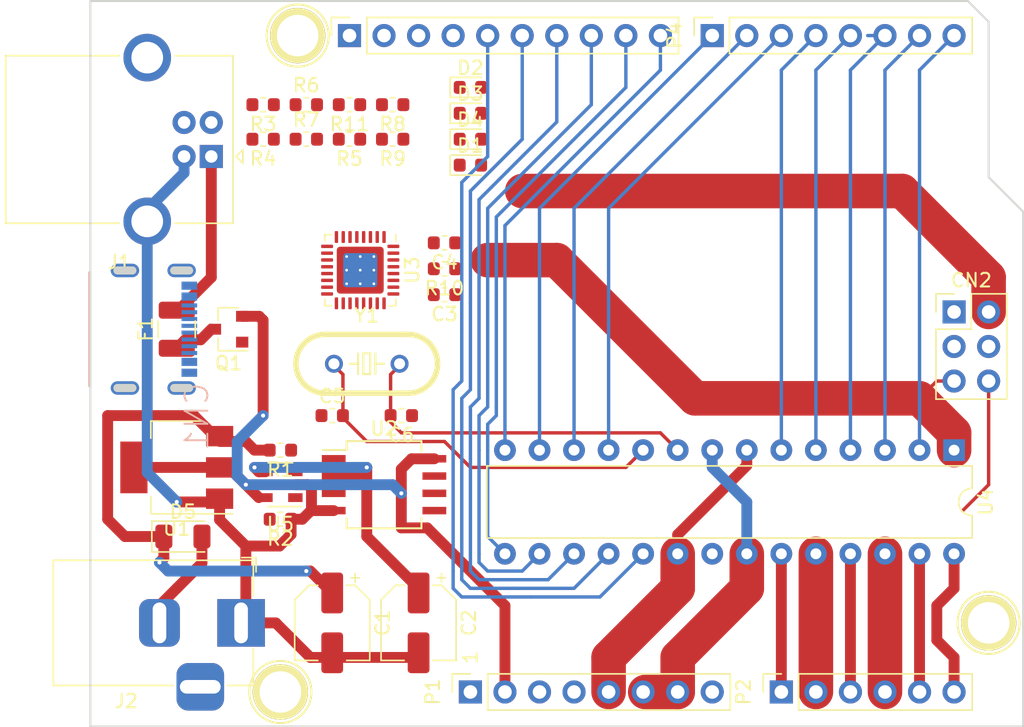
<source format=kicad_pcb>
(kicad_pcb (version 20171130) (host pcbnew "(5.1.5)-3")

  (general
    (thickness 1.6)
    (drawings 8)
    (tracks 216)
    (zones 0)
    (modules 41)
    (nets 70)
  )

  (page A4)
  (title_block
    (date "lun. 30 mars 2015")
  )

  (layers
    (0 F.Cu signal)
    (31 B.Cu signal)
    (32 B.Adhes user)
    (33 F.Adhes user)
    (34 B.Paste user)
    (35 F.Paste user)
    (36 B.SilkS user)
    (37 F.SilkS user)
    (38 B.Mask user)
    (39 F.Mask user)
    (44 Edge.Cuts user)
    (45 Margin user)
    (46 B.CrtYd user)
    (47 F.CrtYd user)
  )

  (setup
    (last_trace_width 0.25)
    (user_trace_width 0.4)
    (user_trace_width 0.6)
    (user_trace_width 0.8)
    (user_trace_width 1.2)
    (user_trace_width 2.54)
    (trace_clearance 0.1524)
    (zone_clearance 0.508)
    (zone_45_only no)
    (trace_min 0.2)
    (via_size 0.8)
    (via_drill 0.3)
    (via_min_size 0.6)
    (via_min_drill 0.3)
    (user_via 0.6 0.3)
    (user_via 0.9 0.6)
    (user_via 1.6 0.9)
    (uvia_size 0.3)
    (uvia_drill 0.1)
    (uvias_allowed no)
    (uvia_min_size 0.3)
    (uvia_min_drill 0.1)
    (edge_width 0.05)
    (segment_width 0.2)
    (pcb_text_width 0.3)
    (pcb_text_size 1.5 1.5)
    (mod_edge_width 0.12)
    (mod_text_size 1 1)
    (mod_text_width 0.15)
    (pad_size 4.064 4.064)
    (pad_drill 3.048)
    (pad_to_mask_clearance 0.051)
    (solder_mask_min_width 0.25)
    (aux_axis_origin 110.998 126.365)
    (grid_origin 110.998 126.365)
    (visible_elements 7FFFFFFF)
    (pcbplotparams
      (layerselection 0x00030_80000001)
      (usegerberextensions false)
      (usegerberattributes false)
      (usegerberadvancedattributes false)
      (creategerberjobfile false)
      (excludeedgelayer true)
      (linewidth 0.100000)
      (plotframeref false)
      (viasonmask false)
      (mode 1)
      (useauxorigin false)
      (hpglpennumber 1)
      (hpglpenspeed 20)
      (hpglpendiameter 15.000000)
      (psnegative false)
      (psa4output false)
      (plotreference true)
      (plotvalue true)
      (plotinvisibletext false)
      (padsonsilk false)
      (subtractmaskfromsilk false)
      (outputformat 1)
      (mirror false)
      (drillshape 1)
      (scaleselection 1)
      (outputdirectory ""))
  )

  (net 0 "")
  (net 1 +5V)
  (net 2 GND)
  (net 3 /A0)
  (net 4 /A1)
  (net 5 /A2)
  (net 6 /A3)
  (net 7 /AREF)
  (net 8 "Net-(P5-Pad1)")
  (net 9 "Net-(P6-Pad1)")
  (net 10 "Net-(P7-Pad1)")
  (net 11 "Net-(P1-Pad1)")
  (net 12 +3V3)
  (net 13 "Net-(D1-Pad1)")
  (net 14 "Net-(D2-Pad2)")
  (net 15 "Net-(D2-Pad1)")
  (net 16 "Net-(D3-Pad2)")
  (net 17 "Net-(D3-Pad1)")
  (net 18 "Net-(D4-Pad2)")
  (net 19 "Net-(D4-Pad1)")
  (net 20 "Net-(F1-Pad1)")
  (net 21 "Net-(Q1-Pad1)")
  (net 22 "Net-(U3-Pad32)")
  (net 23 "Net-(U3-Pad28)")
  (net 24 "Net-(U3-Pad27)")
  (net 25 "Net-(U3-Pad11)")
  (net 26 "Net-(U3-Pad10)")
  (net 27 "Net-(U3-Pad9)")
  (net 28 "Net-(U3-Pad8)")
  (net 29 "Net-(U3-Pad7)")
  (net 30 "Net-(U3-Pad6)")
  (net 31 "Net-(U3-Pad3)")
  (net 32 "Net-(D5-Pad2)")
  (net 33 "Net-(J2-Pad3)")
  (net 34 "Net-(U5-Pad3)")
  (net 35 /VIN)
  (net 36 "Net-(C3-Pad2)")
  (net 37 "Net-(C4-Pad2)")
  (net 38 /RST)
  (net 39 "Net-(C5-Pad2)")
  (net 40 "Net-(C6-Pad2)")
  (net 41 "Net-(CN1-PadB5)")
  (net 42 "Net-(CN1-PadA8)")
  (net 43 /USB_DP)
  (net 44 /USB_DM)
  (net 45 "Net-(CN1-PadA5)")
  (net 46 "Net-(CN1-PadB8)")
  (net 47 /VBUS)
  (net 48 /D11)
  (net 49 /D13)
  (net 50 /D12)
  (net 51 /D8)
  (net 52 /D9)
  (net 53 /D10)
  (net 54 /A4)
  (net 55 /A5)
  (net 56 /D0)
  (net 57 /D1)
  (net 58 /D2)
  (net 59 /D3)
  (net 60 /D4)
  (net 61 /D5)
  (net 62 /D6)
  (net 63 /D7)
  (net 64 "Net-(R1-Pad1)")
  (net 65 "Net-(R6-Pad2)")
  (net 66 "Net-(R7-Pad2)")
  (net 67 "Net-(R8-Pad2)")
  (net 68 "Net-(R9-Pad2)")
  (net 69 "Net-(R11-Pad1)")

  (net_class Default "This is the default net class."
    (clearance 0.1524)
    (trace_width 0.25)
    (via_dia 0.8)
    (via_drill 0.3)
    (uvia_dia 0.3)
    (uvia_drill 0.1)
    (add_net +3V3)
    (add_net +5V)
    (add_net /A0)
    (add_net /A1)
    (add_net /A2)
    (add_net /A3)
    (add_net /A4)
    (add_net /A5)
    (add_net /AREF)
    (add_net /D0)
    (add_net /D1)
    (add_net /D10)
    (add_net /D11)
    (add_net /D12)
    (add_net /D13)
    (add_net /D2)
    (add_net /D3)
    (add_net /D4)
    (add_net /D5)
    (add_net /D6)
    (add_net /D7)
    (add_net /D8)
    (add_net /D9)
    (add_net /RST)
    (add_net /USB_DM)
    (add_net /USB_DP)
    (add_net /VBUS)
    (add_net /VIN)
    (add_net GND)
    (add_net "Net-(C3-Pad2)")
    (add_net "Net-(C4-Pad2)")
    (add_net "Net-(C5-Pad2)")
    (add_net "Net-(C6-Pad2)")
    (add_net "Net-(CN1-PadA5)")
    (add_net "Net-(CN1-PadA8)")
    (add_net "Net-(CN1-PadB5)")
    (add_net "Net-(CN1-PadB8)")
    (add_net "Net-(D1-Pad1)")
    (add_net "Net-(D2-Pad1)")
    (add_net "Net-(D2-Pad2)")
    (add_net "Net-(D3-Pad1)")
    (add_net "Net-(D3-Pad2)")
    (add_net "Net-(D4-Pad1)")
    (add_net "Net-(D4-Pad2)")
    (add_net "Net-(D5-Pad2)")
    (add_net "Net-(F1-Pad1)")
    (add_net "Net-(J2-Pad3)")
    (add_net "Net-(P1-Pad1)")
    (add_net "Net-(P5-Pad1)")
    (add_net "Net-(P6-Pad1)")
    (add_net "Net-(P7-Pad1)")
    (add_net "Net-(Q1-Pad1)")
    (add_net "Net-(R1-Pad1)")
    (add_net "Net-(R11-Pad1)")
    (add_net "Net-(R6-Pad2)")
    (add_net "Net-(R7-Pad2)")
    (add_net "Net-(R8-Pad2)")
    (add_net "Net-(R9-Pad2)")
    (add_net "Net-(U3-Pad10)")
    (add_net "Net-(U3-Pad11)")
    (add_net "Net-(U3-Pad27)")
    (add_net "Net-(U3-Pad28)")
    (add_net "Net-(U3-Pad3)")
    (add_net "Net-(U3-Pad32)")
    (add_net "Net-(U3-Pad6)")
    (add_net "Net-(U3-Pad7)")
    (add_net "Net-(U3-Pad8)")
    (add_net "Net-(U3-Pad9)")
    (add_net "Net-(U5-Pad3)")
  )

  (module akita:USB-C_16P_TH (layer B.Cu) (tedit 5EC23146) (tstamp 5EC23AE4)
    (at 117.273 97.155 90)
    (descr "USB Type-C Receptable, 16p with 8p dummy, GCT USB4110")
    (path /5ED8A87B)
    (fp_text reference CN1 (at -3.81 2.54 270) (layer B.SilkS)
      (effects (font (size 1.6891 1.6891) (thickness 0.135128)) (justify left bottom mirror))
    )
    (fp_text value CON_USB-C-16 (at 0 -8 270) (layer B.SilkS) hide
      (effects (font (size 1.27 1.27) (thickness 0.15)) (justify mirror))
    )
    (fp_line (start 4.32 -3.185) (end 4.32 -4.285) (layer Edge.Cuts) (width 0.6))
    (fp_line (start 4.32 0.985) (end 4.32 -0.115) (layer Edge.Cuts) (width 0.6))
    (fp_line (start -4.32 -3.185) (end -4.32 -4.285) (layer Edge.Cuts) (width 0.6))
    (fp_line (start -4.32 0.985) (end -4.32 -0.115) (layer Edge.Cuts) (width 0.6))
    (fp_line (start -4.17 -6.335) (end 4.17 -6.335) (layer B.SilkS) (width 0.2))
    (pad FG4 smd roundrect (at 4.32 -3.735 90) (size 1 2.1) (layers B.Cu B.Paste B.Mask) (roundrect_rratio 0.5)
      (solder_mask_margin 0.1016))
    (pad FG3 smd roundrect (at 4.32 0.435 90) (size 1 2.1) (layers B.Cu B.Paste B.Mask) (roundrect_rratio 0.5)
      (solder_mask_margin 0.1016))
    (pad FG2 smd roundrect (at -4.32 -3.735 90) (size 1 2.1) (layers B.Cu B.Paste B.Mask) (roundrect_rratio 0.5)
      (solder_mask_margin 0.1016))
    (pad FG1 smd roundrect (at -4.32 0.435 90) (size 1 2.1) (layers B.Cu B.Paste B.Mask) (roundrect_rratio 0.5)
      (solder_mask_margin 0.1016))
    (pad "" np_thru_hole circle (at 2.89 -0.25 90) (size 0.65 0.65) (drill 0.65) (layers *.Cu *.Mask))
    (pad "" np_thru_hole circle (at -2.89 -0.25 90) (size 0.65 0.65) (drill 0.65) (layers *.Cu *.Mask))
    (pad B5 smd rect (at 1.75 1 90) (size 0.3 1.15) (layers B.Cu B.Paste B.Mask)
      (net 41 "Net-(CN1-PadB5)") (solder_mask_margin 0.1016))
    (pad A8 smd rect (at 1.25 1 90) (size 0.3 1.15) (layers B.Cu B.Paste B.Mask)
      (net 42 "Net-(CN1-PadA8)") (solder_mask_margin 0.1016))
    (pad B6 smd rect (at 0.75 1 90) (size 0.3 1.15) (layers B.Cu B.Paste B.Mask)
      (net 43 /USB_DP) (solder_mask_margin 0.1016))
    (pad A7 smd rect (at 0.25 1 90) (size 0.3 1.15) (layers B.Cu B.Paste B.Mask)
      (net 44 /USB_DM) (solder_mask_margin 0.1016))
    (pad A6 smd rect (at -0.25 1 90) (size 0.3 1.15) (layers B.Cu B.Paste B.Mask)
      (net 43 /USB_DP) (solder_mask_margin 0.1016))
    (pad B7 smd rect (at -0.75 1 90) (size 0.3 1.15) (layers B.Cu B.Paste B.Mask)
      (net 44 /USB_DM) (solder_mask_margin 0.1016))
    (pad A5 smd rect (at -1.25 1 90) (size 0.3 1.15) (layers B.Cu B.Paste B.Mask)
      (net 45 "Net-(CN1-PadA5)") (solder_mask_margin 0.1016))
    (pad B8 smd rect (at -1.75 1 90) (size 0.3 1.15) (layers B.Cu B.Paste B.Mask)
      (net 46 "Net-(CN1-PadB8)") (solder_mask_margin 0.1016))
    (pad A12 smd rect (at 3.2 1 90) (size 0.6 1.15) (layers B.Cu B.Paste B.Mask)
      (net 2 GND) (solder_mask_margin 0.1016))
    (pad A9 smd rect (at 2.4 1 90) (size 0.6 1.15) (layers B.Cu B.Paste B.Mask)
      (net 47 /VBUS) (solder_mask_margin 0.1016))
    (pad A4 smd rect (at -2.4 1 90) (size 0.6 1.15) (layers B.Cu B.Paste B.Mask)
      (net 47 /VBUS) (solder_mask_margin 0.1016))
    (pad A1 smd rect (at -3.2 1 90) (size 0.6 1.15) (layers B.Cu B.Paste B.Mask)
      (net 2 GND) (solder_mask_margin 0.1016))
  )

  (module Package_DFN_QFN:QFN-32-1EP_5x5mm_P0.5mm_EP3.45x3.45mm_ThermalVias (layer F.Cu) (tedit 5B4E85CE) (tstamp 5EC2E280)
    (at 130.838 92.8125 270)
    (descr "QFN, 32 Pin (http://www.analog.com/media/en/package-pcb-resources/package/pkg_pdf/ltc-legacy-qfn/QFN_32_05-08-1693.pdf), generated with kicad-footprint-generator ipc_dfn_qfn_generator.py")
    (tags "QFN DFN_QFN")
    (path /5EC4409A)
    (attr smd)
    (fp_text reference U3 (at 0 -3.82 90) (layer F.SilkS)
      (effects (font (size 1 1) (thickness 0.15)))
    )
    (fp_text value IC_FT232RQ (at 0 3.82 90) (layer F.Fab)
      (effects (font (size 1 1) (thickness 0.15)))
    )
    (fp_text user %R (at 0 0 90) (layer F.Fab)
      (effects (font (size 1 1) (thickness 0.15)))
    )
    (fp_line (start 3.12 -3.12) (end -3.12 -3.12) (layer F.CrtYd) (width 0.05))
    (fp_line (start 3.12 3.12) (end 3.12 -3.12) (layer F.CrtYd) (width 0.05))
    (fp_line (start -3.12 3.12) (end 3.12 3.12) (layer F.CrtYd) (width 0.05))
    (fp_line (start -3.12 -3.12) (end -3.12 3.12) (layer F.CrtYd) (width 0.05))
    (fp_line (start -2.5 -1.5) (end -1.5 -2.5) (layer F.Fab) (width 0.1))
    (fp_line (start -2.5 2.5) (end -2.5 -1.5) (layer F.Fab) (width 0.1))
    (fp_line (start 2.5 2.5) (end -2.5 2.5) (layer F.Fab) (width 0.1))
    (fp_line (start 2.5 -2.5) (end 2.5 2.5) (layer F.Fab) (width 0.1))
    (fp_line (start -1.5 -2.5) (end 2.5 -2.5) (layer F.Fab) (width 0.1))
    (fp_line (start -2.135 -2.61) (end -2.61 -2.61) (layer F.SilkS) (width 0.12))
    (fp_line (start 2.61 2.61) (end 2.61 2.135) (layer F.SilkS) (width 0.12))
    (fp_line (start 2.135 2.61) (end 2.61 2.61) (layer F.SilkS) (width 0.12))
    (fp_line (start -2.61 2.61) (end -2.61 2.135) (layer F.SilkS) (width 0.12))
    (fp_line (start -2.135 2.61) (end -2.61 2.61) (layer F.SilkS) (width 0.12))
    (fp_line (start 2.61 -2.61) (end 2.61 -2.135) (layer F.SilkS) (width 0.12))
    (fp_line (start 2.135 -2.61) (end 2.61 -2.61) (layer F.SilkS) (width 0.12))
    (pad 32 smd roundrect (at -1.75 -2.4375 270) (size 0.25 0.875) (layers F.Cu F.Paste F.Mask) (roundrect_rratio 0.25)
      (net 22 "Net-(U3-Pad32)"))
    (pad 31 smd roundrect (at -1.25 -2.4375 270) (size 0.25 0.875) (layers F.Cu F.Paste F.Mask) (roundrect_rratio 0.25)
      (net 37 "Net-(C4-Pad2)"))
    (pad 30 smd roundrect (at -0.75 -2.4375 270) (size 0.25 0.875) (layers F.Cu F.Paste F.Mask) (roundrect_rratio 0.25)
      (net 65 "Net-(R6-Pad2)"))
    (pad 29 smd roundrect (at -0.25 -2.4375 270) (size 0.25 0.875) (layers F.Cu F.Paste F.Mask) (roundrect_rratio 0.25))
    (pad 28 smd roundrect (at 0.25 -2.4375 270) (size 0.25 0.875) (layers F.Cu F.Paste F.Mask) (roundrect_rratio 0.25)
      (net 23 "Net-(U3-Pad28)"))
    (pad 27 smd roundrect (at 0.75 -2.4375 270) (size 0.25 0.875) (layers F.Cu F.Paste F.Mask) (roundrect_rratio 0.25)
      (net 24 "Net-(U3-Pad27)"))
    (pad 26 smd roundrect (at 1.25 -2.4375 270) (size 0.25 0.875) (layers F.Cu F.Paste F.Mask) (roundrect_rratio 0.25)
      (net 2 GND))
    (pad 25 smd roundrect (at 1.75 -2.4375 270) (size 0.25 0.875) (layers F.Cu F.Paste F.Mask) (roundrect_rratio 0.25))
    (pad 24 smd roundrect (at 2.4375 -1.75 270) (size 0.875 0.25) (layers F.Cu F.Paste F.Mask) (roundrect_rratio 0.25)
      (net 2 GND))
    (pad 23 smd roundrect (at 2.4375 -1.25 270) (size 0.875 0.25) (layers F.Cu F.Paste F.Mask) (roundrect_rratio 0.25))
    (pad 22 smd roundrect (at 2.4375 -0.75 270) (size 0.875 0.25) (layers F.Cu F.Paste F.Mask) (roundrect_rratio 0.25)
      (net 67 "Net-(R8-Pad2)"))
    (pad 21 smd roundrect (at 2.4375 -0.25 270) (size 0.875 0.25) (layers F.Cu F.Paste F.Mask) (roundrect_rratio 0.25)
      (net 68 "Net-(R9-Pad2)"))
    (pad 20 smd roundrect (at 2.4375 0.25 270) (size 0.875 0.25) (layers F.Cu F.Paste F.Mask) (roundrect_rratio 0.25)
      (net 2 GND))
    (pad 19 smd roundrect (at 2.4375 0.75 270) (size 0.875 0.25) (layers F.Cu F.Paste F.Mask) (roundrect_rratio 0.25)
      (net 1 +5V))
    (pad 18 smd roundrect (at 2.4375 1.25 270) (size 0.875 0.25) (layers F.Cu F.Paste F.Mask) (roundrect_rratio 0.25)
      (net 1 +5V))
    (pad 17 smd roundrect (at 2.4375 1.75 270) (size 0.875 0.25) (layers F.Cu F.Paste F.Mask) (roundrect_rratio 0.25)
      (net 2 GND))
    (pad 16 smd roundrect (at 1.75 2.4375 270) (size 0.25 0.875) (layers F.Cu F.Paste F.Mask) (roundrect_rratio 0.25)
      (net 36 "Net-(C3-Pad2)"))
    (pad 15 smd roundrect (at 1.25 2.4375 270) (size 0.25 0.875) (layers F.Cu F.Paste F.Mask) (roundrect_rratio 0.25)
      (net 44 /USB_DM))
    (pad 14 smd roundrect (at 0.75 2.4375 270) (size 0.25 0.875) (layers F.Cu F.Paste F.Mask) (roundrect_rratio 0.25)
      (net 43 /USB_DP))
    (pad 13 smd roundrect (at 0.25 2.4375 270) (size 0.25 0.875) (layers F.Cu F.Paste F.Mask) (roundrect_rratio 0.25))
    (pad 12 smd roundrect (at -0.25 2.4375 270) (size 0.25 0.875) (layers F.Cu F.Paste F.Mask) (roundrect_rratio 0.25))
    (pad 11 smd roundrect (at -0.75 2.4375 270) (size 0.25 0.875) (layers F.Cu F.Paste F.Mask) (roundrect_rratio 0.25)
      (net 25 "Net-(U3-Pad11)"))
    (pad 10 smd roundrect (at -1.25 2.4375 270) (size 0.25 0.875) (layers F.Cu F.Paste F.Mask) (roundrect_rratio 0.25)
      (net 26 "Net-(U3-Pad10)"))
    (pad 9 smd roundrect (at -1.75 2.4375 270) (size 0.25 0.875) (layers F.Cu F.Paste F.Mask) (roundrect_rratio 0.25)
      (net 27 "Net-(U3-Pad9)"))
    (pad 8 smd roundrect (at -2.4375 1.75 270) (size 0.875 0.25) (layers F.Cu F.Paste F.Mask) (roundrect_rratio 0.25)
      (net 28 "Net-(U3-Pad8)"))
    (pad 7 smd roundrect (at -2.4375 1.25 270) (size 0.875 0.25) (layers F.Cu F.Paste F.Mask) (roundrect_rratio 0.25)
      (net 29 "Net-(U3-Pad7)"))
    (pad 6 smd roundrect (at -2.4375 0.75 270) (size 0.875 0.25) (layers F.Cu F.Paste F.Mask) (roundrect_rratio 0.25)
      (net 30 "Net-(U3-Pad6)"))
    (pad 5 smd roundrect (at -2.4375 0.25 270) (size 0.875 0.25) (layers F.Cu F.Paste F.Mask) (roundrect_rratio 0.25))
    (pad 4 smd roundrect (at -2.4375 -0.25 270) (size 0.875 0.25) (layers F.Cu F.Paste F.Mask) (roundrect_rratio 0.25)
      (net 2 GND))
    (pad 3 smd roundrect (at -2.4375 -0.75 270) (size 0.875 0.25) (layers F.Cu F.Paste F.Mask) (roundrect_rratio 0.25)
      (net 31 "Net-(U3-Pad3)"))
    (pad 2 smd roundrect (at -2.4375 -1.25 270) (size 0.875 0.25) (layers F.Cu F.Paste F.Mask) (roundrect_rratio 0.25)
      (net 66 "Net-(R7-Pad2)"))
    (pad 1 smd roundrect (at -2.4375 -1.75 270) (size 0.875 0.25) (layers F.Cu F.Paste F.Mask) (roundrect_rratio 0.25)
      (net 1 +5V))
    (pad "" smd custom (at 1.3625 1.3625 270) (size 0.483853 0.483853) (layers F.Paste)
      (options (clearance outline) (anchor circle))
      (primitives
        (gr_poly (pts
           (xy -0.292257 -0.1499) (xy -0.1499 -0.292257) (xy 0.292257 -0.292257) (xy 0.292257 0.292257) (xy -0.292257 0.292257)
) (width 0))
      ))
    (pad "" smd custom (at 1.3625 -1.3625 270) (size 0.483853 0.483853) (layers F.Paste)
      (options (clearance outline) (anchor circle))
      (primitives
        (gr_poly (pts
           (xy -0.292257 -0.292257) (xy 0.292257 -0.292257) (xy 0.292257 0.292257) (xy -0.1499 0.292257) (xy -0.292257 0.1499)
) (width 0))
      ))
    (pad "" smd custom (at -1.3625 1.3625 270) (size 0.483853 0.483853) (layers F.Paste)
      (options (clearance outline) (anchor circle))
      (primitives
        (gr_poly (pts
           (xy -0.292257 -0.292257) (xy 0.1499 -0.292257) (xy 0.292257 -0.1499) (xy 0.292257 0.292257) (xy -0.292257 0.292257)
) (width 0))
      ))
    (pad "" smd custom (at -1.3625 -1.3625 270) (size 0.483853 0.483853) (layers F.Paste)
      (options (clearance outline) (anchor circle))
      (primitives
        (gr_poly (pts
           (xy -0.292257 -0.292257) (xy 0.292257 -0.292257) (xy 0.292257 0.1499) (xy 0.1499 0.292257) (xy -0.292257 0.292257)
) (width 0))
      ))
    (pad "" smd custom (at 0.5 1.3625 270) (size 0.502693 0.502693) (layers F.Paste)
      (options (clearance outline) (anchor circle))
      (primitives
        (gr_poly (pts
           (xy -0.403113 -0.176544) (xy -0.2874 -0.292257) (xy 0.2874 -0.292257) (xy 0.403113 -0.176544) (xy 0.403113 0.292257)
           (xy -0.403113 0.292257)) (width 0))
      ))
    (pad "" smd custom (at -0.5 1.3625 270) (size 0.502693 0.502693) (layers F.Paste)
      (options (clearance outline) (anchor circle))
      (primitives
        (gr_poly (pts
           (xy -0.403113 -0.176544) (xy -0.2874 -0.292257) (xy 0.2874 -0.292257) (xy 0.403113 -0.176544) (xy 0.403113 0.292257)
           (xy -0.403113 0.292257)) (width 0))
      ))
    (pad "" smd custom (at 0.5 -1.3625 270) (size 0.502693 0.502693) (layers F.Paste)
      (options (clearance outline) (anchor circle))
      (primitives
        (gr_poly (pts
           (xy -0.403113 -0.292257) (xy 0.403113 -0.292257) (xy 0.403113 0.176544) (xy 0.2874 0.292257) (xy -0.2874 0.292257)
           (xy -0.403113 0.176544)) (width 0))
      ))
    (pad "" smd custom (at -0.5 -1.3625 270) (size 0.502693 0.502693) (layers F.Paste)
      (options (clearance outline) (anchor circle))
      (primitives
        (gr_poly (pts
           (xy -0.403113 -0.292257) (xy 0.403113 -0.292257) (xy 0.403113 0.176544) (xy 0.2874 0.292257) (xy -0.2874 0.292257)
           (xy -0.403113 0.176544)) (width 0))
      ))
    (pad "" smd custom (at 1.3625 0.5 270) (size 0.502693 0.502693) (layers F.Paste)
      (options (clearance outline) (anchor circle))
      (primitives
        (gr_poly (pts
           (xy -0.292257 -0.2874) (xy -0.176544 -0.403113) (xy 0.292257 -0.403113) (xy 0.292257 0.403113) (xy -0.176544 0.403113)
           (xy -0.292257 0.2874)) (width 0))
      ))
    (pad "" smd custom (at 1.3625 -0.5 270) (size 0.502693 0.502693) (layers F.Paste)
      (options (clearance outline) (anchor circle))
      (primitives
        (gr_poly (pts
           (xy -0.292257 -0.2874) (xy -0.176544 -0.403113) (xy 0.292257 -0.403113) (xy 0.292257 0.403113) (xy -0.176544 0.403113)
           (xy -0.292257 0.2874)) (width 0))
      ))
    (pad "" smd custom (at -1.3625 0.5 270) (size 0.502693 0.502693) (layers F.Paste)
      (options (clearance outline) (anchor circle))
      (primitives
        (gr_poly (pts
           (xy -0.292257 -0.403113) (xy 0.176544 -0.403113) (xy 0.292257 -0.2874) (xy 0.292257 0.2874) (xy 0.176544 0.403113)
           (xy -0.292257 0.403113)) (width 0))
      ))
    (pad "" smd custom (at -1.3625 -0.5 270) (size 0.502693 0.502693) (layers F.Paste)
      (options (clearance outline) (anchor circle))
      (primitives
        (gr_poly (pts
           (xy -0.292257 -0.403113) (xy 0.176544 -0.403113) (xy 0.292257 -0.2874) (xy 0.292257 0.2874) (xy 0.176544 0.403113)
           (xy -0.292257 0.403113)) (width 0))
      ))
    (pad "" smd roundrect (at 0.5 0.5 270) (size 0.806226 0.806226) (layers F.Paste) (roundrect_rratio 0.25))
    (pad "" smd roundrect (at 0.5 -0.5 270) (size 0.806226 0.806226) (layers F.Paste) (roundrect_rratio 0.25))
    (pad "" smd roundrect (at -0.5 0.5 270) (size 0.806226 0.806226) (layers F.Paste) (roundrect_rratio 0.25))
    (pad "" smd roundrect (at -0.5 -0.5 270) (size 0.806226 0.806226) (layers F.Paste) (roundrect_rratio 0.25))
    (pad 33 smd roundrect (at 0 0 270) (size 2.5 2.5) (layers B.Cu) (roundrect_rratio 0.1))
    (pad 33 thru_hole circle (at 1 1 270) (size 0.5 0.5) (drill 0.2) (layers *.Cu))
    (pad 33 thru_hole circle (at 0 1 270) (size 0.5 0.5) (drill 0.2) (layers *.Cu))
    (pad 33 thru_hole circle (at -1 1 270) (size 0.5 0.5) (drill 0.2) (layers *.Cu))
    (pad 33 thru_hole circle (at 1 0 270) (size 0.5 0.5) (drill 0.2) (layers *.Cu))
    (pad 33 thru_hole circle (at 0 0 270) (size 0.5 0.5) (drill 0.2) (layers *.Cu))
    (pad 33 thru_hole circle (at -1 0 270) (size 0.5 0.5) (drill 0.2) (layers *.Cu))
    (pad 33 thru_hole circle (at 1 -1 270) (size 0.5 0.5) (drill 0.2) (layers *.Cu))
    (pad 33 thru_hole circle (at 0 -1 270) (size 0.5 0.5) (drill 0.2) (layers *.Cu))
    (pad 33 thru_hole circle (at -1 -1 270) (size 0.5 0.5) (drill 0.2) (layers *.Cu))
    (pad 33 smd roundrect (at 0 0 270) (size 3.45 3.45) (layers F.Cu F.Mask) (roundrect_rratio 0.072464))
    (model ${KISYS3DMOD}/Package_DFN_QFN.3dshapes/QFN-32-1EP_5x5mm_P0.5mm_EP3.45x3.45mm.wrl
      (at (xyz 0 0 0))
      (scale (xyz 1 1 1))
      (rotate (xyz 0 0 0))
    )
  )

  (module Resistor_SMD:R_0603_1608Metric (layer F.Cu) (tedit 5B301BBD) (tstamp 5EC28EF2)
    (at 130.048 80.645 180)
    (descr "Resistor SMD 0603 (1608 Metric), square (rectangular) end terminal, IPC_7351 nominal, (Body size source: http://www.tortai-tech.com/upload/download/2011102023233369053.pdf), generated with kicad-footprint-generator")
    (tags resistor)
    (path /5ED02D4E)
    (attr smd)
    (fp_text reference R11 (at 0 -1.43) (layer F.SilkS)
      (effects (font (size 1 1) (thickness 0.15)))
    )
    (fp_text value 1k (at 0 1.43) (layer F.Fab)
      (effects (font (size 1 1) (thickness 0.15)))
    )
    (fp_text user %R (at 0 0) (layer F.Fab)
      (effects (font (size 0.4 0.4) (thickness 0.06)))
    )
    (fp_line (start 1.48 0.73) (end -1.48 0.73) (layer F.CrtYd) (width 0.05))
    (fp_line (start 1.48 -0.73) (end 1.48 0.73) (layer F.CrtYd) (width 0.05))
    (fp_line (start -1.48 -0.73) (end 1.48 -0.73) (layer F.CrtYd) (width 0.05))
    (fp_line (start -1.48 0.73) (end -1.48 -0.73) (layer F.CrtYd) (width 0.05))
    (fp_line (start -0.162779 0.51) (end 0.162779 0.51) (layer F.SilkS) (width 0.12))
    (fp_line (start -0.162779 -0.51) (end 0.162779 -0.51) (layer F.SilkS) (width 0.12))
    (fp_line (start 0.8 0.4) (end -0.8 0.4) (layer F.Fab) (width 0.1))
    (fp_line (start 0.8 -0.4) (end 0.8 0.4) (layer F.Fab) (width 0.1))
    (fp_line (start -0.8 -0.4) (end 0.8 -0.4) (layer F.Fab) (width 0.1))
    (fp_line (start -0.8 0.4) (end -0.8 -0.4) (layer F.Fab) (width 0.1))
    (pad 2 smd roundrect (at 0.7875 0 180) (size 0.875 0.95) (layers F.Cu F.Paste F.Mask) (roundrect_rratio 0.25)
      (net 18 "Net-(D4-Pad2)"))
    (pad 1 smd roundrect (at -0.7875 0 180) (size 0.875 0.95) (layers F.Cu F.Paste F.Mask) (roundrect_rratio 0.25)
      (net 69 "Net-(R11-Pad1)"))
    (model ${KISYS3DMOD}/Resistor_SMD.3dshapes/R_0603_1608Metric.wrl
      (at (xyz 0 0 0))
      (scale (xyz 1 1 1))
      (rotate (xyz 0 0 0))
    )
  )

  (module Resistor_SMD:R_0603_1608Metric (layer F.Cu) (tedit 5B301BBD) (tstamp 5EC2982B)
    (at 137.033 92.71 180)
    (descr "Resistor SMD 0603 (1608 Metric), square (rectangular) end terminal, IPC_7351 nominal, (Body size source: http://www.tortai-tech.com/upload/download/2011102023233369053.pdf), generated with kicad-footprint-generator")
    (tags resistor)
    (path /5EC3A513)
    (attr smd)
    (fp_text reference R10 (at 0 -1.43) (layer F.SilkS)
      (effects (font (size 1 1) (thickness 0.15)))
    )
    (fp_text value 1k (at 0 1.43) (layer F.Fab)
      (effects (font (size 1 1) (thickness 0.15)))
    )
    (fp_text user %R (at 0 0) (layer F.Fab)
      (effects (font (size 0.4 0.4) (thickness 0.06)))
    )
    (fp_line (start 1.48 0.73) (end -1.48 0.73) (layer F.CrtYd) (width 0.05))
    (fp_line (start 1.48 -0.73) (end 1.48 0.73) (layer F.CrtYd) (width 0.05))
    (fp_line (start -1.48 -0.73) (end 1.48 -0.73) (layer F.CrtYd) (width 0.05))
    (fp_line (start -1.48 0.73) (end -1.48 -0.73) (layer F.CrtYd) (width 0.05))
    (fp_line (start -0.162779 0.51) (end 0.162779 0.51) (layer F.SilkS) (width 0.12))
    (fp_line (start -0.162779 -0.51) (end 0.162779 -0.51) (layer F.SilkS) (width 0.12))
    (fp_line (start 0.8 0.4) (end -0.8 0.4) (layer F.Fab) (width 0.1))
    (fp_line (start 0.8 -0.4) (end 0.8 0.4) (layer F.Fab) (width 0.1))
    (fp_line (start -0.8 -0.4) (end 0.8 -0.4) (layer F.Fab) (width 0.1))
    (fp_line (start -0.8 0.4) (end -0.8 -0.4) (layer F.Fab) (width 0.1))
    (pad 2 smd roundrect (at 0.7875 0 180) (size 0.875 0.95) (layers F.Cu F.Paste F.Mask) (roundrect_rratio 0.25)
      (net 1 +5V))
    (pad 1 smd roundrect (at -0.7875 0 180) (size 0.875 0.95) (layers F.Cu F.Paste F.Mask) (roundrect_rratio 0.25)
      (net 38 /RST))
    (model ${KISYS3DMOD}/Resistor_SMD.3dshapes/R_0603_1608Metric.wrl
      (at (xyz 0 0 0))
      (scale (xyz 1 1 1))
      (rotate (xyz 0 0 0))
    )
  )

  (module Resistor_SMD:R_0603_1608Metric (layer F.Cu) (tedit 5B301BBD) (tstamp 5EC28BEF)
    (at 133.223 83.185 180)
    (descr "Resistor SMD 0603 (1608 Metric), square (rectangular) end terminal, IPC_7351 nominal, (Body size source: http://www.tortai-tech.com/upload/download/2011102023233369053.pdf), generated with kicad-footprint-generator")
    (tags resistor)
    (path /5EC2AEF4)
    (attr smd)
    (fp_text reference R9 (at 0 -1.43) (layer F.SilkS)
      (effects (font (size 1 1) (thickness 0.15)))
    )
    (fp_text value 1k (at 0 1.43) (layer F.Fab)
      (effects (font (size 1 1) (thickness 0.15)))
    )
    (fp_text user %R (at 0 0) (layer F.Fab)
      (effects (font (size 0.4 0.4) (thickness 0.06)))
    )
    (fp_line (start 1.48 0.73) (end -1.48 0.73) (layer F.CrtYd) (width 0.05))
    (fp_line (start 1.48 -0.73) (end 1.48 0.73) (layer F.CrtYd) (width 0.05))
    (fp_line (start -1.48 -0.73) (end 1.48 -0.73) (layer F.CrtYd) (width 0.05))
    (fp_line (start -1.48 0.73) (end -1.48 -0.73) (layer F.CrtYd) (width 0.05))
    (fp_line (start -0.162779 0.51) (end 0.162779 0.51) (layer F.SilkS) (width 0.12))
    (fp_line (start -0.162779 -0.51) (end 0.162779 -0.51) (layer F.SilkS) (width 0.12))
    (fp_line (start 0.8 0.4) (end -0.8 0.4) (layer F.Fab) (width 0.1))
    (fp_line (start 0.8 -0.4) (end 0.8 0.4) (layer F.Fab) (width 0.1))
    (fp_line (start -0.8 -0.4) (end 0.8 -0.4) (layer F.Fab) (width 0.1))
    (fp_line (start -0.8 0.4) (end -0.8 -0.4) (layer F.Fab) (width 0.1))
    (pad 2 smd roundrect (at 0.7875 0 180) (size 0.875 0.95) (layers F.Cu F.Paste F.Mask) (roundrect_rratio 0.25)
      (net 68 "Net-(R9-Pad2)"))
    (pad 1 smd roundrect (at -0.7875 0 180) (size 0.875 0.95) (layers F.Cu F.Paste F.Mask) (roundrect_rratio 0.25)
      (net 17 "Net-(D3-Pad1)"))
    (model ${KISYS3DMOD}/Resistor_SMD.3dshapes/R_0603_1608Metric.wrl
      (at (xyz 0 0 0))
      (scale (xyz 1 1 1))
      (rotate (xyz 0 0 0))
    )
  )

  (module Resistor_SMD:R_0603_1608Metric (layer F.Cu) (tedit 5B301BBD) (tstamp 5EC28D6C)
    (at 133.223 80.645 180)
    (descr "Resistor SMD 0603 (1608 Metric), square (rectangular) end terminal, IPC_7351 nominal, (Body size source: http://www.tortai-tech.com/upload/download/2011102023233369053.pdf), generated with kicad-footprint-generator")
    (tags resistor)
    (path /5EC272B1)
    (attr smd)
    (fp_text reference R8 (at 0 -1.43) (layer F.SilkS)
      (effects (font (size 1 1) (thickness 0.15)))
    )
    (fp_text value 1k (at 0 1.43) (layer F.Fab)
      (effects (font (size 1 1) (thickness 0.15)))
    )
    (fp_text user %R (at 0 0) (layer F.Fab)
      (effects (font (size 0.4 0.4) (thickness 0.06)))
    )
    (fp_line (start 1.48 0.73) (end -1.48 0.73) (layer F.CrtYd) (width 0.05))
    (fp_line (start 1.48 -0.73) (end 1.48 0.73) (layer F.CrtYd) (width 0.05))
    (fp_line (start -1.48 -0.73) (end 1.48 -0.73) (layer F.CrtYd) (width 0.05))
    (fp_line (start -1.48 0.73) (end -1.48 -0.73) (layer F.CrtYd) (width 0.05))
    (fp_line (start -0.162779 0.51) (end 0.162779 0.51) (layer F.SilkS) (width 0.12))
    (fp_line (start -0.162779 -0.51) (end 0.162779 -0.51) (layer F.SilkS) (width 0.12))
    (fp_line (start 0.8 0.4) (end -0.8 0.4) (layer F.Fab) (width 0.1))
    (fp_line (start 0.8 -0.4) (end 0.8 0.4) (layer F.Fab) (width 0.1))
    (fp_line (start -0.8 -0.4) (end 0.8 -0.4) (layer F.Fab) (width 0.1))
    (fp_line (start -0.8 0.4) (end -0.8 -0.4) (layer F.Fab) (width 0.1))
    (pad 2 smd roundrect (at 0.7875 0 180) (size 0.875 0.95) (layers F.Cu F.Paste F.Mask) (roundrect_rratio 0.25)
      (net 67 "Net-(R8-Pad2)"))
    (pad 1 smd roundrect (at -0.7875 0 180) (size 0.875 0.95) (layers F.Cu F.Paste F.Mask) (roundrect_rratio 0.25)
      (net 15 "Net-(D2-Pad1)"))
    (model ${KISYS3DMOD}/Resistor_SMD.3dshapes/R_0603_1608Metric.wrl
      (at (xyz 0 0 0))
      (scale (xyz 1 1 1))
      (rotate (xyz 0 0 0))
    )
  )

  (module Resistor_SMD:R_0603_1608Metric (layer F.Cu) (tedit 5B301BBD) (tstamp 5EC27DAC)
    (at 126.873 83.185)
    (descr "Resistor SMD 0603 (1608 Metric), square (rectangular) end terminal, IPC_7351 nominal, (Body size source: http://www.tortai-tech.com/upload/download/2011102023233369053.pdf), generated with kicad-footprint-generator")
    (tags resistor)
    (path /5EC2B6CC)
    (attr smd)
    (fp_text reference R7 (at 0 -1.43) (layer F.SilkS)
      (effects (font (size 1 1) (thickness 0.15)))
    )
    (fp_text value 1k (at 0 1.43) (layer F.Fab)
      (effects (font (size 1 1) (thickness 0.15)))
    )
    (fp_text user %R (at 0 0) (layer F.Fab)
      (effects (font (size 0.4 0.4) (thickness 0.06)))
    )
    (fp_line (start 1.48 0.73) (end -1.48 0.73) (layer F.CrtYd) (width 0.05))
    (fp_line (start 1.48 -0.73) (end 1.48 0.73) (layer F.CrtYd) (width 0.05))
    (fp_line (start -1.48 -0.73) (end 1.48 -0.73) (layer F.CrtYd) (width 0.05))
    (fp_line (start -1.48 0.73) (end -1.48 -0.73) (layer F.CrtYd) (width 0.05))
    (fp_line (start -0.162779 0.51) (end 0.162779 0.51) (layer F.SilkS) (width 0.12))
    (fp_line (start -0.162779 -0.51) (end 0.162779 -0.51) (layer F.SilkS) (width 0.12))
    (fp_line (start 0.8 0.4) (end -0.8 0.4) (layer F.Fab) (width 0.1))
    (fp_line (start 0.8 -0.4) (end 0.8 0.4) (layer F.Fab) (width 0.1))
    (fp_line (start -0.8 -0.4) (end 0.8 -0.4) (layer F.Fab) (width 0.1))
    (fp_line (start -0.8 0.4) (end -0.8 -0.4) (layer F.Fab) (width 0.1))
    (pad 2 smd roundrect (at 0.7875 0) (size 0.875 0.95) (layers F.Cu F.Paste F.Mask) (roundrect_rratio 0.25)
      (net 66 "Net-(R7-Pad2)"))
    (pad 1 smd roundrect (at -0.7875 0) (size 0.875 0.95) (layers F.Cu F.Paste F.Mask) (roundrect_rratio 0.25)
      (net 57 /D1))
    (model ${KISYS3DMOD}/Resistor_SMD.3dshapes/R_0603_1608Metric.wrl
      (at (xyz 0 0 0))
      (scale (xyz 1 1 1))
      (rotate (xyz 0 0 0))
    )
  )

  (module Resistor_SMD:R_0603_1608Metric (layer F.Cu) (tedit 5B301BBD) (tstamp 5EC29779)
    (at 126.873 80.645)
    (descr "Resistor SMD 0603 (1608 Metric), square (rectangular) end terminal, IPC_7351 nominal, (Body size source: http://www.tortai-tech.com/upload/download/2011102023233369053.pdf), generated with kicad-footprint-generator")
    (tags resistor)
    (path /5EC2B175)
    (attr smd)
    (fp_text reference R6 (at 0 -1.43) (layer F.SilkS)
      (effects (font (size 1 1) (thickness 0.15)))
    )
    (fp_text value 1k (at 0 1.43) (layer F.Fab)
      (effects (font (size 1 1) (thickness 0.15)))
    )
    (fp_text user %R (at 0 0) (layer F.Fab)
      (effects (font (size 0.4 0.4) (thickness 0.06)))
    )
    (fp_line (start 1.48 0.73) (end -1.48 0.73) (layer F.CrtYd) (width 0.05))
    (fp_line (start 1.48 -0.73) (end 1.48 0.73) (layer F.CrtYd) (width 0.05))
    (fp_line (start -1.48 -0.73) (end 1.48 -0.73) (layer F.CrtYd) (width 0.05))
    (fp_line (start -1.48 0.73) (end -1.48 -0.73) (layer F.CrtYd) (width 0.05))
    (fp_line (start -0.162779 0.51) (end 0.162779 0.51) (layer F.SilkS) (width 0.12))
    (fp_line (start -0.162779 -0.51) (end 0.162779 -0.51) (layer F.SilkS) (width 0.12))
    (fp_line (start 0.8 0.4) (end -0.8 0.4) (layer F.Fab) (width 0.1))
    (fp_line (start 0.8 -0.4) (end 0.8 0.4) (layer F.Fab) (width 0.1))
    (fp_line (start -0.8 -0.4) (end 0.8 -0.4) (layer F.Fab) (width 0.1))
    (fp_line (start -0.8 0.4) (end -0.8 -0.4) (layer F.Fab) (width 0.1))
    (pad 2 smd roundrect (at 0.7875 0) (size 0.875 0.95) (layers F.Cu F.Paste F.Mask) (roundrect_rratio 0.25)
      (net 65 "Net-(R6-Pad2)"))
    (pad 1 smd roundrect (at -0.7875 0) (size 0.875 0.95) (layers F.Cu F.Paste F.Mask) (roundrect_rratio 0.25)
      (net 56 /D0))
    (model ${KISYS3DMOD}/Resistor_SMD.3dshapes/R_0603_1608Metric.wrl
      (at (xyz 0 0 0))
      (scale (xyz 1 1 1))
      (rotate (xyz 0 0 0))
    )
  )

  (module Resistor_SMD:R_0603_1608Metric (layer F.Cu) (tedit 5B301BBD) (tstamp 5EC28F22)
    (at 130.048 83.185 180)
    (descr "Resistor SMD 0603 (1608 Metric), square (rectangular) end terminal, IPC_7351 nominal, (Body size source: http://www.tortai-tech.com/upload/download/2011102023233369053.pdf), generated with kicad-footprint-generator")
    (tags resistor)
    (path /5EC96B5E)
    (attr smd)
    (fp_text reference R5 (at 0 -1.43) (layer F.SilkS)
      (effects (font (size 1 1) (thickness 0.15)))
    )
    (fp_text value 1k (at 0 1.43) (layer F.Fab)
      (effects (font (size 1 1) (thickness 0.15)))
    )
    (fp_text user %R (at 0 0) (layer F.Fab)
      (effects (font (size 0.4 0.4) (thickness 0.06)))
    )
    (fp_line (start 1.48 0.73) (end -1.48 0.73) (layer F.CrtYd) (width 0.05))
    (fp_line (start 1.48 -0.73) (end 1.48 0.73) (layer F.CrtYd) (width 0.05))
    (fp_line (start -1.48 -0.73) (end 1.48 -0.73) (layer F.CrtYd) (width 0.05))
    (fp_line (start -1.48 0.73) (end -1.48 -0.73) (layer F.CrtYd) (width 0.05))
    (fp_line (start -0.162779 0.51) (end 0.162779 0.51) (layer F.SilkS) (width 0.12))
    (fp_line (start -0.162779 -0.51) (end 0.162779 -0.51) (layer F.SilkS) (width 0.12))
    (fp_line (start 0.8 0.4) (end -0.8 0.4) (layer F.Fab) (width 0.1))
    (fp_line (start 0.8 -0.4) (end 0.8 0.4) (layer F.Fab) (width 0.1))
    (fp_line (start -0.8 -0.4) (end 0.8 -0.4) (layer F.Fab) (width 0.1))
    (fp_line (start -0.8 0.4) (end -0.8 -0.4) (layer F.Fab) (width 0.1))
    (pad 2 smd roundrect (at 0.7875 0 180) (size 0.875 0.95) (layers F.Cu F.Paste F.Mask) (roundrect_rratio 0.25)
      (net 13 "Net-(D1-Pad1)"))
    (pad 1 smd roundrect (at -0.7875 0 180) (size 0.875 0.95) (layers F.Cu F.Paste F.Mask) (roundrect_rratio 0.25)
      (net 2 GND))
    (model ${KISYS3DMOD}/Resistor_SMD.3dshapes/R_0603_1608Metric.wrl
      (at (xyz 0 0 0))
      (scale (xyz 1 1 1))
      (rotate (xyz 0 0 0))
    )
  )

  (module Resistor_SMD:R_0603_1608Metric (layer F.Cu) (tedit 5B301BBD) (tstamp 5EC2E97F)
    (at 123.698 83.185 180)
    (descr "Resistor SMD 0603 (1608 Metric), square (rectangular) end terminal, IPC_7351 nominal, (Body size source: http://www.tortai-tech.com/upload/download/2011102023233369053.pdf), generated with kicad-footprint-generator")
    (tags resistor)
    (path /5EDB2C64)
    (attr smd)
    (fp_text reference R4 (at 0 -1.43) (layer F.SilkS)
      (effects (font (size 1 1) (thickness 0.15)))
    )
    (fp_text value 5.1k (at 0 1.43) (layer F.Fab)
      (effects (font (size 1 1) (thickness 0.15)))
    )
    (fp_text user %R (at 0 0) (layer F.Fab)
      (effects (font (size 0.4 0.4) (thickness 0.06)))
    )
    (fp_line (start 1.48 0.73) (end -1.48 0.73) (layer F.CrtYd) (width 0.05))
    (fp_line (start 1.48 -0.73) (end 1.48 0.73) (layer F.CrtYd) (width 0.05))
    (fp_line (start -1.48 -0.73) (end 1.48 -0.73) (layer F.CrtYd) (width 0.05))
    (fp_line (start -1.48 0.73) (end -1.48 -0.73) (layer F.CrtYd) (width 0.05))
    (fp_line (start -0.162779 0.51) (end 0.162779 0.51) (layer F.SilkS) (width 0.12))
    (fp_line (start -0.162779 -0.51) (end 0.162779 -0.51) (layer F.SilkS) (width 0.12))
    (fp_line (start 0.8 0.4) (end -0.8 0.4) (layer F.Fab) (width 0.1))
    (fp_line (start 0.8 -0.4) (end 0.8 0.4) (layer F.Fab) (width 0.1))
    (fp_line (start -0.8 -0.4) (end 0.8 -0.4) (layer F.Fab) (width 0.1))
    (fp_line (start -0.8 0.4) (end -0.8 -0.4) (layer F.Fab) (width 0.1))
    (pad 2 smd roundrect (at 0.7875 0 180) (size 0.875 0.95) (layers F.Cu F.Paste F.Mask) (roundrect_rratio 0.25)
      (net 45 "Net-(CN1-PadA5)"))
    (pad 1 smd roundrect (at -0.7875 0 180) (size 0.875 0.95) (layers F.Cu F.Paste F.Mask) (roundrect_rratio 0.25)
      (net 2 GND))
    (model ${KISYS3DMOD}/Resistor_SMD.3dshapes/R_0603_1608Metric.wrl
      (at (xyz 0 0 0))
      (scale (xyz 1 1 1))
      (rotate (xyz 0 0 0))
    )
  )

  (module Resistor_SMD:R_0603_1608Metric (layer F.Cu) (tedit 5B301BBD) (tstamp 5EC29697)
    (at 123.698 80.645 180)
    (descr "Resistor SMD 0603 (1608 Metric), square (rectangular) end terminal, IPC_7351 nominal, (Body size source: http://www.tortai-tech.com/upload/download/2011102023233369053.pdf), generated with kicad-footprint-generator")
    (tags resistor)
    (path /5ED9FD75)
    (attr smd)
    (fp_text reference R3 (at 0 -1.43) (layer F.SilkS)
      (effects (font (size 1 1) (thickness 0.15)))
    )
    (fp_text value 5.1k (at 0 1.43) (layer F.Fab)
      (effects (font (size 1 1) (thickness 0.15)))
    )
    (fp_text user %R (at 0 0) (layer F.Fab)
      (effects (font (size 0.4 0.4) (thickness 0.06)))
    )
    (fp_line (start 1.48 0.73) (end -1.48 0.73) (layer F.CrtYd) (width 0.05))
    (fp_line (start 1.48 -0.73) (end 1.48 0.73) (layer F.CrtYd) (width 0.05))
    (fp_line (start -1.48 -0.73) (end 1.48 -0.73) (layer F.CrtYd) (width 0.05))
    (fp_line (start -1.48 0.73) (end -1.48 -0.73) (layer F.CrtYd) (width 0.05))
    (fp_line (start -0.162779 0.51) (end 0.162779 0.51) (layer F.SilkS) (width 0.12))
    (fp_line (start -0.162779 -0.51) (end 0.162779 -0.51) (layer F.SilkS) (width 0.12))
    (fp_line (start 0.8 0.4) (end -0.8 0.4) (layer F.Fab) (width 0.1))
    (fp_line (start 0.8 -0.4) (end 0.8 0.4) (layer F.Fab) (width 0.1))
    (fp_line (start -0.8 -0.4) (end 0.8 -0.4) (layer F.Fab) (width 0.1))
    (fp_line (start -0.8 0.4) (end -0.8 -0.4) (layer F.Fab) (width 0.1))
    (pad 2 smd roundrect (at 0.7875 0 180) (size 0.875 0.95) (layers F.Cu F.Paste F.Mask) (roundrect_rratio 0.25)
      (net 41 "Net-(CN1-PadB5)"))
    (pad 1 smd roundrect (at -0.7875 0 180) (size 0.875 0.95) (layers F.Cu F.Paste F.Mask) (roundrect_rratio 0.25)
      (net 2 GND))
    (model ${KISYS3DMOD}/Resistor_SMD.3dshapes/R_0603_1608Metric.wrl
      (at (xyz 0 0 0))
      (scale (xyz 1 1 1))
      (rotate (xyz 0 0 0))
    )
  )

  (module Resistor_SMD:R_0603_1608Metric (layer F.Cu) (tedit 5B301BBD) (tstamp 5EC29951)
    (at 124.968 111.125 180)
    (descr "Resistor SMD 0603 (1608 Metric), square (rectangular) end terminal, IPC_7351 nominal, (Body size source: http://www.tortai-tech.com/upload/download/2011102023233369053.pdf), generated with kicad-footprint-generator")
    (tags resistor)
    (path /5ECD6D87)
    (attr smd)
    (fp_text reference R2 (at 0 -1.43) (layer F.SilkS)
      (effects (font (size 1 1) (thickness 0.15)))
    )
    (fp_text value 10k (at 0 1.43) (layer F.Fab)
      (effects (font (size 1 1) (thickness 0.15)))
    )
    (fp_text user %R (at 0 0) (layer F.Fab)
      (effects (font (size 0.4 0.4) (thickness 0.06)))
    )
    (fp_line (start 1.48 0.73) (end -1.48 0.73) (layer F.CrtYd) (width 0.05))
    (fp_line (start 1.48 -0.73) (end 1.48 0.73) (layer F.CrtYd) (width 0.05))
    (fp_line (start -1.48 -0.73) (end 1.48 -0.73) (layer F.CrtYd) (width 0.05))
    (fp_line (start -1.48 0.73) (end -1.48 -0.73) (layer F.CrtYd) (width 0.05))
    (fp_line (start -0.162779 0.51) (end 0.162779 0.51) (layer F.SilkS) (width 0.12))
    (fp_line (start -0.162779 -0.51) (end 0.162779 -0.51) (layer F.SilkS) (width 0.12))
    (fp_line (start 0.8 0.4) (end -0.8 0.4) (layer F.Fab) (width 0.1))
    (fp_line (start 0.8 -0.4) (end 0.8 0.4) (layer F.Fab) (width 0.1))
    (fp_line (start -0.8 -0.4) (end 0.8 -0.4) (layer F.Fab) (width 0.1))
    (fp_line (start -0.8 0.4) (end -0.8 -0.4) (layer F.Fab) (width 0.1))
    (pad 2 smd roundrect (at 0.7875 0 180) (size 0.875 0.95) (layers F.Cu F.Paste F.Mask) (roundrect_rratio 0.25)
      (net 64 "Net-(R1-Pad1)"))
    (pad 1 smd roundrect (at -0.7875 0 180) (size 0.875 0.95) (layers F.Cu F.Paste F.Mask) (roundrect_rratio 0.25)
      (net 2 GND))
    (model ${KISYS3DMOD}/Resistor_SMD.3dshapes/R_0603_1608Metric.wrl
      (at (xyz 0 0 0))
      (scale (xyz 1 1 1))
      (rotate (xyz 0 0 0))
    )
  )

  (module Resistor_SMD:R_0603_1608Metric (layer F.Cu) (tedit 5B301BBD) (tstamp 5EC29921)
    (at 124.968 106.045 180)
    (descr "Resistor SMD 0603 (1608 Metric), square (rectangular) end terminal, IPC_7351 nominal, (Body size source: http://www.tortai-tech.com/upload/download/2011102023233369053.pdf), generated with kicad-footprint-generator")
    (tags resistor)
    (path /5ECD2CAE)
    (attr smd)
    (fp_text reference R1 (at 0 -1.43) (layer F.SilkS)
      (effects (font (size 1 1) (thickness 0.15)))
    )
    (fp_text value 10k (at 0 1.43) (layer F.Fab)
      (effects (font (size 1 1) (thickness 0.15)))
    )
    (fp_text user %R (at 0 0) (layer F.Fab)
      (effects (font (size 0.4 0.4) (thickness 0.06)))
    )
    (fp_line (start 1.48 0.73) (end -1.48 0.73) (layer F.CrtYd) (width 0.05))
    (fp_line (start 1.48 -0.73) (end 1.48 0.73) (layer F.CrtYd) (width 0.05))
    (fp_line (start -1.48 -0.73) (end 1.48 -0.73) (layer F.CrtYd) (width 0.05))
    (fp_line (start -1.48 0.73) (end -1.48 -0.73) (layer F.CrtYd) (width 0.05))
    (fp_line (start -0.162779 0.51) (end 0.162779 0.51) (layer F.SilkS) (width 0.12))
    (fp_line (start -0.162779 -0.51) (end 0.162779 -0.51) (layer F.SilkS) (width 0.12))
    (fp_line (start 0.8 0.4) (end -0.8 0.4) (layer F.Fab) (width 0.1))
    (fp_line (start 0.8 -0.4) (end 0.8 0.4) (layer F.Fab) (width 0.1))
    (fp_line (start -0.8 -0.4) (end 0.8 -0.4) (layer F.Fab) (width 0.1))
    (fp_line (start -0.8 0.4) (end -0.8 -0.4) (layer F.Fab) (width 0.1))
    (pad 2 smd roundrect (at 0.7875 0 180) (size 0.875 0.95) (layers F.Cu F.Paste F.Mask) (roundrect_rratio 0.25)
      (net 35 /VIN))
    (pad 1 smd roundrect (at -0.7875 0 180) (size 0.875 0.95) (layers F.Cu F.Paste F.Mask) (roundrect_rratio 0.25)
      (net 64 "Net-(R1-Pad1)"))
    (model ${KISYS3DMOD}/Resistor_SMD.3dshapes/R_0603_1608Metric.wrl
      (at (xyz 0 0 0))
      (scale (xyz 1 1 1))
      (rotate (xyz 0 0 0))
    )
  )

  (module Capacitor_SMD:C_0603_1608Metric (layer F.Cu) (tedit 5B301BBE) (tstamp 5EC2958A)
    (at 133.858 103.505 180)
    (descr "Capacitor SMD 0603 (1608 Metric), square (rectangular) end terminal, IPC_7351 nominal, (Body size source: http://www.tortai-tech.com/upload/download/2011102023233369053.pdf), generated with kicad-footprint-generator")
    (tags capacitor)
    (path /5ED2F085)
    (attr smd)
    (fp_text reference C6 (at 0 -1.43) (layer F.SilkS)
      (effects (font (size 1 1) (thickness 0.15)))
    )
    (fp_text value 10p (at 0 1.43) (layer F.Fab)
      (effects (font (size 1 1) (thickness 0.15)))
    )
    (fp_text user %R (at 0 0) (layer F.Fab)
      (effects (font (size 0.4 0.4) (thickness 0.06)))
    )
    (fp_line (start 1.48 0.73) (end -1.48 0.73) (layer F.CrtYd) (width 0.05))
    (fp_line (start 1.48 -0.73) (end 1.48 0.73) (layer F.CrtYd) (width 0.05))
    (fp_line (start -1.48 -0.73) (end 1.48 -0.73) (layer F.CrtYd) (width 0.05))
    (fp_line (start -1.48 0.73) (end -1.48 -0.73) (layer F.CrtYd) (width 0.05))
    (fp_line (start -0.162779 0.51) (end 0.162779 0.51) (layer F.SilkS) (width 0.12))
    (fp_line (start -0.162779 -0.51) (end 0.162779 -0.51) (layer F.SilkS) (width 0.12))
    (fp_line (start 0.8 0.4) (end -0.8 0.4) (layer F.Fab) (width 0.1))
    (fp_line (start 0.8 -0.4) (end 0.8 0.4) (layer F.Fab) (width 0.1))
    (fp_line (start -0.8 -0.4) (end 0.8 -0.4) (layer F.Fab) (width 0.1))
    (fp_line (start -0.8 0.4) (end -0.8 -0.4) (layer F.Fab) (width 0.1))
    (pad 2 smd roundrect (at 0.7875 0 180) (size 0.875 0.95) (layers F.Cu F.Paste F.Mask) (roundrect_rratio 0.25)
      (net 40 "Net-(C6-Pad2)"))
    (pad 1 smd roundrect (at -0.7875 0 180) (size 0.875 0.95) (layers F.Cu F.Paste F.Mask) (roundrect_rratio 0.25)
      (net 2 GND))
    (model ${KISYS3DMOD}/Capacitor_SMD.3dshapes/C_0603_1608Metric.wrl
      (at (xyz 0 0 0))
      (scale (xyz 1 1 1))
      (rotate (xyz 0 0 0))
    )
  )

  (module Capacitor_SMD:C_0603_1608Metric (layer F.Cu) (tedit 5B301BBE) (tstamp 5EC2955A)
    (at 128.778 103.505)
    (descr "Capacitor SMD 0603 (1608 Metric), square (rectangular) end terminal, IPC_7351 nominal, (Body size source: http://www.tortai-tech.com/upload/download/2011102023233369053.pdf), generated with kicad-footprint-generator")
    (tags capacitor)
    (path /5ED2D45A)
    (attr smd)
    (fp_text reference C5 (at 0 -1.43) (layer F.SilkS)
      (effects (font (size 1 1) (thickness 0.15)))
    )
    (fp_text value 10p (at 0 1.43) (layer F.Fab)
      (effects (font (size 1 1) (thickness 0.15)))
    )
    (fp_text user %R (at 0 0) (layer F.Fab)
      (effects (font (size 0.4 0.4) (thickness 0.06)))
    )
    (fp_line (start 1.48 0.73) (end -1.48 0.73) (layer F.CrtYd) (width 0.05))
    (fp_line (start 1.48 -0.73) (end 1.48 0.73) (layer F.CrtYd) (width 0.05))
    (fp_line (start -1.48 -0.73) (end 1.48 -0.73) (layer F.CrtYd) (width 0.05))
    (fp_line (start -1.48 0.73) (end -1.48 -0.73) (layer F.CrtYd) (width 0.05))
    (fp_line (start -0.162779 0.51) (end 0.162779 0.51) (layer F.SilkS) (width 0.12))
    (fp_line (start -0.162779 -0.51) (end 0.162779 -0.51) (layer F.SilkS) (width 0.12))
    (fp_line (start 0.8 0.4) (end -0.8 0.4) (layer F.Fab) (width 0.1))
    (fp_line (start 0.8 -0.4) (end 0.8 0.4) (layer F.Fab) (width 0.1))
    (fp_line (start -0.8 -0.4) (end 0.8 -0.4) (layer F.Fab) (width 0.1))
    (fp_line (start -0.8 0.4) (end -0.8 -0.4) (layer F.Fab) (width 0.1))
    (pad 2 smd roundrect (at 0.7875 0) (size 0.875 0.95) (layers F.Cu F.Paste F.Mask) (roundrect_rratio 0.25)
      (net 39 "Net-(C5-Pad2)"))
    (pad 1 smd roundrect (at -0.7875 0) (size 0.875 0.95) (layers F.Cu F.Paste F.Mask) (roundrect_rratio 0.25)
      (net 2 GND))
    (model ${KISYS3DMOD}/Capacitor_SMD.3dshapes/C_0603_1608Metric.wrl
      (at (xyz 0 0 0))
      (scale (xyz 1 1 1))
      (rotate (xyz 0 0 0))
    )
  )

  (module Capacitor_SMD:C_0603_1608Metric (layer F.Cu) (tedit 5B301BBE) (tstamp 5EC2AD96)
    (at 137.033 90.805 180)
    (descr "Capacitor SMD 0603 (1608 Metric), square (rectangular) end terminal, IPC_7351 nominal, (Body size source: http://www.tortai-tech.com/upload/download/2011102023233369053.pdf), generated with kicad-footprint-generator")
    (tags capacitor)
    (path /5EC3A8BE)
    (attr smd)
    (fp_text reference C4 (at 0 -1.43) (layer F.SilkS)
      (effects (font (size 1 1) (thickness 0.15)))
    )
    (fp_text value 0.1u (at 0 1.43) (layer F.Fab)
      (effects (font (size 1 1) (thickness 0.15)))
    )
    (fp_text user %R (at 0 0) (layer F.Fab)
      (effects (font (size 0.4 0.4) (thickness 0.06)))
    )
    (fp_line (start 1.48 0.73) (end -1.48 0.73) (layer F.CrtYd) (width 0.05))
    (fp_line (start 1.48 -0.73) (end 1.48 0.73) (layer F.CrtYd) (width 0.05))
    (fp_line (start -1.48 -0.73) (end 1.48 -0.73) (layer F.CrtYd) (width 0.05))
    (fp_line (start -1.48 0.73) (end -1.48 -0.73) (layer F.CrtYd) (width 0.05))
    (fp_line (start -0.162779 0.51) (end 0.162779 0.51) (layer F.SilkS) (width 0.12))
    (fp_line (start -0.162779 -0.51) (end 0.162779 -0.51) (layer F.SilkS) (width 0.12))
    (fp_line (start 0.8 0.4) (end -0.8 0.4) (layer F.Fab) (width 0.1))
    (fp_line (start 0.8 -0.4) (end 0.8 0.4) (layer F.Fab) (width 0.1))
    (fp_line (start -0.8 -0.4) (end 0.8 -0.4) (layer F.Fab) (width 0.1))
    (fp_line (start -0.8 0.4) (end -0.8 -0.4) (layer F.Fab) (width 0.1))
    (pad 2 smd roundrect (at 0.7875 0 180) (size 0.875 0.95) (layers F.Cu F.Paste F.Mask) (roundrect_rratio 0.25)
      (net 37 "Net-(C4-Pad2)"))
    (pad 1 smd roundrect (at -0.7875 0 180) (size 0.875 0.95) (layers F.Cu F.Paste F.Mask) (roundrect_rratio 0.25)
      (net 38 /RST))
    (model ${KISYS3DMOD}/Capacitor_SMD.3dshapes/C_0603_1608Metric.wrl
      (at (xyz 0 0 0))
      (scale (xyz 1 1 1))
      (rotate (xyz 0 0 0))
    )
  )

  (module Capacitor_SMD:C_0603_1608Metric (layer F.Cu) (tedit 5B301BBE) (tstamp 5EC28AFC)
    (at 137.033 94.615 180)
    (descr "Capacitor SMD 0603 (1608 Metric), square (rectangular) end terminal, IPC_7351 nominal, (Body size source: http://www.tortai-tech.com/upload/download/2011102023233369053.pdf), generated with kicad-footprint-generator")
    (tags capacitor)
    (path /5EC5298E)
    (attr smd)
    (fp_text reference C3 (at 0 -1.43) (layer F.SilkS)
      (effects (font (size 1 1) (thickness 0.15)))
    )
    (fp_text value 0.1u (at 0 1.43) (layer F.Fab)
      (effects (font (size 1 1) (thickness 0.15)))
    )
    (fp_text user %R (at 0 0) (layer F.Fab)
      (effects (font (size 0.4 0.4) (thickness 0.06)))
    )
    (fp_line (start 1.48 0.73) (end -1.48 0.73) (layer F.CrtYd) (width 0.05))
    (fp_line (start 1.48 -0.73) (end 1.48 0.73) (layer F.CrtYd) (width 0.05))
    (fp_line (start -1.48 -0.73) (end 1.48 -0.73) (layer F.CrtYd) (width 0.05))
    (fp_line (start -1.48 0.73) (end -1.48 -0.73) (layer F.CrtYd) (width 0.05))
    (fp_line (start -0.162779 0.51) (end 0.162779 0.51) (layer F.SilkS) (width 0.12))
    (fp_line (start -0.162779 -0.51) (end 0.162779 -0.51) (layer F.SilkS) (width 0.12))
    (fp_line (start 0.8 0.4) (end -0.8 0.4) (layer F.Fab) (width 0.1))
    (fp_line (start 0.8 -0.4) (end 0.8 0.4) (layer F.Fab) (width 0.1))
    (fp_line (start -0.8 -0.4) (end 0.8 -0.4) (layer F.Fab) (width 0.1))
    (fp_line (start -0.8 0.4) (end -0.8 -0.4) (layer F.Fab) (width 0.1))
    (pad 2 smd roundrect (at 0.7875 0 180) (size 0.875 0.95) (layers F.Cu F.Paste F.Mask) (roundrect_rratio 0.25)
      (net 36 "Net-(C3-Pad2)"))
    (pad 1 smd roundrect (at -0.7875 0 180) (size 0.875 0.95) (layers F.Cu F.Paste F.Mask) (roundrect_rratio 0.25)
      (net 2 GND))
    (model ${KISYS3DMOD}/Capacitor_SMD.3dshapes/C_0603_1608Metric.wrl
      (at (xyz 0 0 0))
      (scale (xyz 1 1 1))
      (rotate (xyz 0 0 0))
    )
  )

  (module Package_TO_SOT_SMD:SOT-23-5 (layer F.Cu) (tedit 5A02FF57) (tstamp 5EC25139)
    (at 124.968 108.585 180)
    (descr "5-pin SOT23 package")
    (tags SOT-23-5)
    (path /5EC235A9)
    (attr smd)
    (fp_text reference U5 (at 0 -2.9) (layer F.SilkS)
      (effects (font (size 1 1) (thickness 0.15)))
    )
    (fp_text value LDO_5p_NJM2865 (at 0 2.9) (layer F.Fab)
      (effects (font (size 1 1) (thickness 0.15)))
    )
    (fp_line (start 0.9 -1.55) (end 0.9 1.55) (layer F.Fab) (width 0.1))
    (fp_line (start 0.9 1.55) (end -0.9 1.55) (layer F.Fab) (width 0.1))
    (fp_line (start -0.9 -0.9) (end -0.9 1.55) (layer F.Fab) (width 0.1))
    (fp_line (start 0.9 -1.55) (end -0.25 -1.55) (layer F.Fab) (width 0.1))
    (fp_line (start -0.9 -0.9) (end -0.25 -1.55) (layer F.Fab) (width 0.1))
    (fp_line (start -1.9 1.8) (end -1.9 -1.8) (layer F.CrtYd) (width 0.05))
    (fp_line (start 1.9 1.8) (end -1.9 1.8) (layer F.CrtYd) (width 0.05))
    (fp_line (start 1.9 -1.8) (end 1.9 1.8) (layer F.CrtYd) (width 0.05))
    (fp_line (start -1.9 -1.8) (end 1.9 -1.8) (layer F.CrtYd) (width 0.05))
    (fp_line (start 0.9 -1.61) (end -1.55 -1.61) (layer F.SilkS) (width 0.12))
    (fp_line (start -0.9 1.61) (end 0.9 1.61) (layer F.SilkS) (width 0.12))
    (fp_text user %R (at 0 0 90) (layer F.Fab)
      (effects (font (size 0.5 0.5) (thickness 0.075)))
    )
    (pad 5 smd rect (at 1.1 -0.95 180) (size 1.06 0.65) (layers F.Cu F.Paste F.Mask)
      (net 1 +5V))
    (pad 4 smd rect (at 1.1 0.95 180) (size 1.06 0.65) (layers F.Cu F.Paste F.Mask)
      (net 12 +3V3))
    (pad 3 smd rect (at -1.1 0.95 180) (size 1.06 0.65) (layers F.Cu F.Paste F.Mask)
      (net 34 "Net-(U5-Pad3)"))
    (pad 2 smd rect (at -1.1 0 180) (size 1.06 0.65) (layers F.Cu F.Paste F.Mask)
      (net 2 GND))
    (pad 1 smd rect (at -1.1 -0.95 180) (size 1.06 0.65) (layers F.Cu F.Paste F.Mask)
      (net 1 +5V))
    (model ${KISYS3DMOD}/Package_TO_SOT_SMD.3dshapes/SOT-23-5.wrl
      (at (xyz 0 0 0))
      (scale (xyz 1 1 1))
      (rotate (xyz 0 0 0))
    )
  )

  (module Connector_BarrelJack:BarrelJack_Horizontal (layer F.Cu) (tedit 5A1DBF6A) (tstamp 5EC2DE85)
    (at 122.078 118.745)
    (descr "DC Barrel Jack")
    (tags "Power Jack")
    (path /5EC2721E)
    (fp_text reference J2 (at -8.45 5.75) (layer F.SilkS)
      (effects (font (size 1 1) (thickness 0.15)))
    )
    (fp_text value Barrel_Jack_Switch (at -6.2 -5.5) (layer F.Fab)
      (effects (font (size 1 1) (thickness 0.15)))
    )
    (fp_line (start 0 -4.5) (end -13.7 -4.5) (layer F.Fab) (width 0.1))
    (fp_line (start 0.8 4.5) (end 0.8 -3.75) (layer F.Fab) (width 0.1))
    (fp_line (start -13.7 4.5) (end 0.8 4.5) (layer F.Fab) (width 0.1))
    (fp_line (start -13.7 -4.5) (end -13.7 4.5) (layer F.Fab) (width 0.1))
    (fp_line (start -10.2 -4.5) (end -10.2 4.5) (layer F.Fab) (width 0.1))
    (fp_line (start 0.9 -4.6) (end 0.9 -2) (layer F.SilkS) (width 0.12))
    (fp_line (start -13.8 -4.6) (end 0.9 -4.6) (layer F.SilkS) (width 0.12))
    (fp_line (start 0.9 4.6) (end -1 4.6) (layer F.SilkS) (width 0.12))
    (fp_line (start 0.9 1.9) (end 0.9 4.6) (layer F.SilkS) (width 0.12))
    (fp_line (start -13.8 4.6) (end -13.8 -4.6) (layer F.SilkS) (width 0.12))
    (fp_line (start -5 4.6) (end -13.8 4.6) (layer F.SilkS) (width 0.12))
    (fp_line (start -14 4.75) (end -14 -4.75) (layer F.CrtYd) (width 0.05))
    (fp_line (start -5 4.75) (end -14 4.75) (layer F.CrtYd) (width 0.05))
    (fp_line (start -5 6.75) (end -5 4.75) (layer F.CrtYd) (width 0.05))
    (fp_line (start -1 6.75) (end -5 6.75) (layer F.CrtYd) (width 0.05))
    (fp_line (start -1 4.75) (end -1 6.75) (layer F.CrtYd) (width 0.05))
    (fp_line (start 1 4.75) (end -1 4.75) (layer F.CrtYd) (width 0.05))
    (fp_line (start 1 2) (end 1 4.75) (layer F.CrtYd) (width 0.05))
    (fp_line (start 2 2) (end 1 2) (layer F.CrtYd) (width 0.05))
    (fp_line (start 2 -2) (end 2 2) (layer F.CrtYd) (width 0.05))
    (fp_line (start 1 -2) (end 2 -2) (layer F.CrtYd) (width 0.05))
    (fp_line (start 1 -4.5) (end 1 -2) (layer F.CrtYd) (width 0.05))
    (fp_line (start 1 -4.75) (end -14 -4.75) (layer F.CrtYd) (width 0.05))
    (fp_line (start 1 -4.5) (end 1 -4.75) (layer F.CrtYd) (width 0.05))
    (fp_line (start 0.05 -4.8) (end 1.1 -4.8) (layer F.SilkS) (width 0.12))
    (fp_line (start 1.1 -3.75) (end 1.1 -4.8) (layer F.SilkS) (width 0.12))
    (fp_line (start -0.003213 -4.505425) (end 0.8 -3.75) (layer F.Fab) (width 0.1))
    (fp_text user %R (at -3 -2.95) (layer F.Fab)
      (effects (font (size 1 1) (thickness 0.15)))
    )
    (pad 3 thru_hole roundrect (at -3 4.7) (size 3.5 3.5) (drill oval 3 1) (layers *.Cu *.Mask) (roundrect_rratio 0.25)
      (net 33 "Net-(J2-Pad3)"))
    (pad 2 thru_hole roundrect (at -6 0) (size 3 3.5) (drill oval 1 3) (layers *.Cu *.Mask) (roundrect_rratio 0.25)
      (net 32 "Net-(D5-Pad2)"))
    (pad 1 thru_hole rect (at 0 0) (size 3.5 3.5) (drill oval 1 3) (layers *.Cu *.Mask)
      (net 2 GND))
    (model ${KISYS3DMOD}/Connector_BarrelJack.3dshapes/BarrelJack_Horizontal.wrl
      (at (xyz 0 0 0))
      (scale (xyz 1 1 1))
      (rotate (xyz 0 0 0))
    )
  )

  (module Diode_SMD:D_1206_3216Metric (layer F.Cu) (tedit 5B301BBE) (tstamp 5EC2DBF0)
    (at 117.8 112.395)
    (descr "Diode SMD 1206 (3216 Metric), square (rectangular) end terminal, IPC_7351 nominal, (Body size source: http://www.tortai-tech.com/upload/download/2011102023233369053.pdf), generated with kicad-footprint-generator")
    (tags diode)
    (path /5ECB3ECC)
    (attr smd)
    (fp_text reference D5 (at 0 -1.82) (layer F.SilkS)
      (effects (font (size 1 1) (thickness 0.15)))
    )
    (fp_text value D (at 0 1.82) (layer F.Fab)
      (effects (font (size 1 1) (thickness 0.15)))
    )
    (fp_text user %R (at 0 0) (layer F.Fab)
      (effects (font (size 0.8 0.8) (thickness 0.12)))
    )
    (fp_line (start 2.28 1.12) (end -2.28 1.12) (layer F.CrtYd) (width 0.05))
    (fp_line (start 2.28 -1.12) (end 2.28 1.12) (layer F.CrtYd) (width 0.05))
    (fp_line (start -2.28 -1.12) (end 2.28 -1.12) (layer F.CrtYd) (width 0.05))
    (fp_line (start -2.28 1.12) (end -2.28 -1.12) (layer F.CrtYd) (width 0.05))
    (fp_line (start -2.285 1.135) (end 1.6 1.135) (layer F.SilkS) (width 0.12))
    (fp_line (start -2.285 -1.135) (end -2.285 1.135) (layer F.SilkS) (width 0.12))
    (fp_line (start 1.6 -1.135) (end -2.285 -1.135) (layer F.SilkS) (width 0.12))
    (fp_line (start 1.6 0.8) (end 1.6 -0.8) (layer F.Fab) (width 0.1))
    (fp_line (start -1.6 0.8) (end 1.6 0.8) (layer F.Fab) (width 0.1))
    (fp_line (start -1.6 -0.4) (end -1.6 0.8) (layer F.Fab) (width 0.1))
    (fp_line (start -1.2 -0.8) (end -1.6 -0.4) (layer F.Fab) (width 0.1))
    (fp_line (start 1.6 -0.8) (end -1.2 -0.8) (layer F.Fab) (width 0.1))
    (pad 2 smd roundrect (at 1.4 0) (size 1.25 1.75) (layers F.Cu F.Paste F.Mask) (roundrect_rratio 0.2)
      (net 32 "Net-(D5-Pad2)"))
    (pad 1 smd roundrect (at -1.4 0) (size 1.25 1.75) (layers F.Cu F.Paste F.Mask) (roundrect_rratio 0.2)
      (net 35 /VIN))
    (model ${KISYS3DMOD}/Diode_SMD.3dshapes/D_1206_3216Metric.wrl
      (at (xyz 0 0 0))
      (scale (xyz 1 1 1))
      (rotate (xyz 0 0 0))
    )
  )

  (module Connector_PinSocket_2.54mm:PinSocket_1x08_P2.54mm_Vertical locked (layer F.Cu) (tedit 5A19A420) (tstamp 551AFA2F)
    (at 156.718 75.565 90)
    (descr "Through hole straight socket strip, 1x08, 2.54mm pitch, single row (from Kicad 4.0.7), script generated")
    (tags "Through hole socket strip THT 1x08 2.54mm single row")
    (path /56D7164F)
    (fp_text reference P4 (at 0 -2.77 90) (layer F.SilkS)
      (effects (font (size 1 1) (thickness 0.15)))
    )
    (fp_text value Digital (at 0 20.55 90) (layer F.Fab)
      (effects (font (size 1 1) (thickness 0.15)))
    )
    (fp_text user %R (at 0 8.89) (layer F.Fab)
      (effects (font (size 1 1) (thickness 0.15)))
    )
    (fp_line (start -1.8 19.55) (end -1.8 -1.8) (layer F.CrtYd) (width 0.05))
    (fp_line (start 1.75 19.55) (end -1.8 19.55) (layer F.CrtYd) (width 0.05))
    (fp_line (start 1.75 -1.8) (end 1.75 19.55) (layer F.CrtYd) (width 0.05))
    (fp_line (start -1.8 -1.8) (end 1.75 -1.8) (layer F.CrtYd) (width 0.05))
    (fp_line (start 0 -1.33) (end 1.33 -1.33) (layer F.SilkS) (width 0.12))
    (fp_line (start 1.33 -1.33) (end 1.33 0) (layer F.SilkS) (width 0.12))
    (fp_line (start 1.33 1.27) (end 1.33 19.11) (layer F.SilkS) (width 0.12))
    (fp_line (start -1.33 19.11) (end 1.33 19.11) (layer F.SilkS) (width 0.12))
    (fp_line (start -1.33 1.27) (end -1.33 19.11) (layer F.SilkS) (width 0.12))
    (fp_line (start -1.33 1.27) (end 1.33 1.27) (layer F.SilkS) (width 0.12))
    (fp_line (start -1.27 19.05) (end -1.27 -1.27) (layer F.Fab) (width 0.1))
    (fp_line (start 1.27 19.05) (end -1.27 19.05) (layer F.Fab) (width 0.1))
    (fp_line (start 1.27 -0.635) (end 1.27 19.05) (layer F.Fab) (width 0.1))
    (fp_line (start 0.635 -1.27) (end 1.27 -0.635) (layer F.Fab) (width 0.1))
    (fp_line (start -1.27 -1.27) (end 0.635 -1.27) (layer F.Fab) (width 0.1))
    (pad 8 thru_hole oval (at 0 17.78 90) (size 1.7 1.7) (drill 1) (layers *.Cu *.Mask)
      (net 56 /D0))
    (pad 7 thru_hole oval (at 0 15.24 90) (size 1.7 1.7) (drill 1) (layers *.Cu *.Mask)
      (net 57 /D1))
    (pad 6 thru_hole oval (at 0 12.7 90) (size 1.7 1.7) (drill 1) (layers *.Cu *.Mask)
      (net 58 /D2))
    (pad 5 thru_hole oval (at 0 10.16 90) (size 1.7 1.7) (drill 1) (layers *.Cu *.Mask)
      (net 59 /D3))
    (pad 4 thru_hole oval (at 0 7.62 90) (size 1.7 1.7) (drill 1) (layers *.Cu *.Mask)
      (net 60 /D4))
    (pad 3 thru_hole oval (at 0 5.08 90) (size 1.7 1.7) (drill 1) (layers *.Cu *.Mask)
      (net 61 /D5))
    (pad 2 thru_hole oval (at 0 2.54 90) (size 1.7 1.7) (drill 1) (layers *.Cu *.Mask)
      (net 62 /D6))
    (pad 1 thru_hole rect (at 0 0 90) (size 1.7 1.7) (drill 1) (layers *.Cu *.Mask)
      (net 63 /D7))
    (model ${KISYS3DMOD}/Connector_PinSocket_2.54mm.3dshapes/PinSocket_1x08_P2.54mm_Vertical.wrl
      (at (xyz 0 0 0))
      (scale (xyz 1 1 1))
      (rotate (xyz 0 0 0))
    )
  )

  (module Connector_PinSocket_2.54mm:PinSocket_1x10_P2.54mm_Vertical locked (layer F.Cu) (tedit 5A19A425) (tstamp 551AFA18)
    (at 130.048 75.565 90)
    (descr "Through hole straight socket strip, 1x10, 2.54mm pitch, single row (from Kicad 4.0.7), script generated")
    (tags "Through hole socket strip THT 1x10 2.54mm single row")
    (path /56D721E0)
    (fp_text reference P3 (at 0 -2.77 90) (layer F.SilkS)
      (effects (font (size 1 1) (thickness 0.15)))
    )
    (fp_text value Digital (at 0 25.63 90) (layer F.Fab)
      (effects (font (size 1 1) (thickness 0.15)))
    )
    (fp_text user %R (at 0 11.43) (layer F.Fab)
      (effects (font (size 1 1) (thickness 0.15)))
    )
    (fp_line (start -1.8 24.6) (end -1.8 -1.8) (layer F.CrtYd) (width 0.05))
    (fp_line (start 1.75 24.6) (end -1.8 24.6) (layer F.CrtYd) (width 0.05))
    (fp_line (start 1.75 -1.8) (end 1.75 24.6) (layer F.CrtYd) (width 0.05))
    (fp_line (start -1.8 -1.8) (end 1.75 -1.8) (layer F.CrtYd) (width 0.05))
    (fp_line (start 0 -1.33) (end 1.33 -1.33) (layer F.SilkS) (width 0.12))
    (fp_line (start 1.33 -1.33) (end 1.33 0) (layer F.SilkS) (width 0.12))
    (fp_line (start 1.33 1.27) (end 1.33 24.19) (layer F.SilkS) (width 0.12))
    (fp_line (start -1.33 24.19) (end 1.33 24.19) (layer F.SilkS) (width 0.12))
    (fp_line (start -1.33 1.27) (end -1.33 24.19) (layer F.SilkS) (width 0.12))
    (fp_line (start -1.33 1.27) (end 1.33 1.27) (layer F.SilkS) (width 0.12))
    (fp_line (start -1.27 24.13) (end -1.27 -1.27) (layer F.Fab) (width 0.1))
    (fp_line (start 1.27 24.13) (end -1.27 24.13) (layer F.Fab) (width 0.1))
    (fp_line (start 1.27 -0.635) (end 1.27 24.13) (layer F.Fab) (width 0.1))
    (fp_line (start 0.635 -1.27) (end 1.27 -0.635) (layer F.Fab) (width 0.1))
    (fp_line (start -1.27 -1.27) (end 0.635 -1.27) (layer F.Fab) (width 0.1))
    (pad 10 thru_hole oval (at 0 22.86 90) (size 1.7 1.7) (drill 1) (layers *.Cu *.Mask)
      (net 51 /D8))
    (pad 9 thru_hole oval (at 0 20.32 90) (size 1.7 1.7) (drill 1) (layers *.Cu *.Mask)
      (net 52 /D9))
    (pad 8 thru_hole oval (at 0 17.78 90) (size 1.7 1.7) (drill 1) (layers *.Cu *.Mask)
      (net 53 /D10))
    (pad 7 thru_hole oval (at 0 15.24 90) (size 1.7 1.7) (drill 1) (layers *.Cu *.Mask)
      (net 48 /D11))
    (pad 6 thru_hole oval (at 0 12.7 90) (size 1.7 1.7) (drill 1) (layers *.Cu *.Mask)
      (net 50 /D12))
    (pad 5 thru_hole oval (at 0 10.16 90) (size 1.7 1.7) (drill 1) (layers *.Cu *.Mask)
      (net 49 /D13))
    (pad 4 thru_hole oval (at 0 7.62 90) (size 1.7 1.7) (drill 1) (layers *.Cu *.Mask)
      (net 2 GND))
    (pad 3 thru_hole oval (at 0 5.08 90) (size 1.7 1.7) (drill 1) (layers *.Cu *.Mask)
      (net 7 /AREF))
    (pad 2 thru_hole oval (at 0 2.54 90) (size 1.7 1.7) (drill 1) (layers *.Cu *.Mask)
      (net 54 /A4))
    (pad 1 thru_hole rect (at 0 0 90) (size 1.7 1.7) (drill 1) (layers *.Cu *.Mask)
      (net 55 /A5))
    (model ${KISYS3DMOD}/Connector_PinSocket_2.54mm.3dshapes/PinSocket_1x10_P2.54mm_Vertical.wrl
      (at (xyz 0 0 0))
      (scale (xyz 1 1 1))
      (rotate (xyz 0 0 0))
    )
  )

  (module Connector_PinSocket_2.54mm:PinSocket_1x06_P2.54mm_Vertical locked (layer F.Cu) (tedit 5A19A430) (tstamp 551AF9FF)
    (at 161.798 123.825 90)
    (descr "Through hole straight socket strip, 1x06, 2.54mm pitch, single row (from Kicad 4.0.7), script generated")
    (tags "Through hole socket strip THT 1x06 2.54mm single row")
    (path /56D70DD8)
    (fp_text reference P2 (at 0 -2.77 90) (layer F.SilkS)
      (effects (font (size 1 1) (thickness 0.15)))
    )
    (fp_text value Analog (at 0 15.47 90) (layer F.Fab)
      (effects (font (size 1 1) (thickness 0.15)))
    )
    (fp_text user %R (at 0 6.35) (layer F.Fab)
      (effects (font (size 1 1) (thickness 0.15)))
    )
    (fp_line (start -1.8 14.45) (end -1.8 -1.8) (layer F.CrtYd) (width 0.05))
    (fp_line (start 1.75 14.45) (end -1.8 14.45) (layer F.CrtYd) (width 0.05))
    (fp_line (start 1.75 -1.8) (end 1.75 14.45) (layer F.CrtYd) (width 0.05))
    (fp_line (start -1.8 -1.8) (end 1.75 -1.8) (layer F.CrtYd) (width 0.05))
    (fp_line (start 0 -1.33) (end 1.33 -1.33) (layer F.SilkS) (width 0.12))
    (fp_line (start 1.33 -1.33) (end 1.33 0) (layer F.SilkS) (width 0.12))
    (fp_line (start 1.33 1.27) (end 1.33 14.03) (layer F.SilkS) (width 0.12))
    (fp_line (start -1.33 14.03) (end 1.33 14.03) (layer F.SilkS) (width 0.12))
    (fp_line (start -1.33 1.27) (end -1.33 14.03) (layer F.SilkS) (width 0.12))
    (fp_line (start -1.33 1.27) (end 1.33 1.27) (layer F.SilkS) (width 0.12))
    (fp_line (start -1.27 13.97) (end -1.27 -1.27) (layer F.Fab) (width 0.1))
    (fp_line (start 1.27 13.97) (end -1.27 13.97) (layer F.Fab) (width 0.1))
    (fp_line (start 1.27 -0.635) (end 1.27 13.97) (layer F.Fab) (width 0.1))
    (fp_line (start 0.635 -1.27) (end 1.27 -0.635) (layer F.Fab) (width 0.1))
    (fp_line (start -1.27 -1.27) (end 0.635 -1.27) (layer F.Fab) (width 0.1))
    (pad 6 thru_hole oval (at 0 12.7 90) (size 1.7 1.7) (drill 1) (layers *.Cu *.Mask)
      (net 55 /A5))
    (pad 5 thru_hole oval (at 0 10.16 90) (size 1.7 1.7) (drill 1) (layers *.Cu *.Mask)
      (net 54 /A4))
    (pad 4 thru_hole oval (at 0 7.62 90) (size 1.7 1.7) (drill 1) (layers *.Cu *.Mask)
      (net 6 /A3))
    (pad 3 thru_hole oval (at 0 5.08 90) (size 1.7 1.7) (drill 1) (layers *.Cu *.Mask)
      (net 5 /A2))
    (pad 2 thru_hole oval (at 0 2.54 90) (size 1.7 1.7) (drill 1) (layers *.Cu *.Mask)
      (net 4 /A1))
    (pad 1 thru_hole rect (at 0 0 90) (size 1.7 1.7) (drill 1) (layers *.Cu *.Mask)
      (net 3 /A0))
    (model ${KISYS3DMOD}/Connector_PinSocket_2.54mm.3dshapes/PinSocket_1x06_P2.54mm_Vertical.wrl
      (at (xyz 0 0 0))
      (scale (xyz 1 1 1))
      (rotate (xyz 0 0 0))
    )
  )

  (module Connector_PinSocket_2.54mm:PinSocket_1x08_P2.54mm_Vertical locked (layer F.Cu) (tedit 5A19A420) (tstamp 5EC25760)
    (at 138.938 123.825 90)
    (descr "Through hole straight socket strip, 1x08, 2.54mm pitch, single row (from Kicad 4.0.7), script generated")
    (tags "Through hole socket strip THT 1x08 2.54mm single row")
    (path /56D70129)
    (fp_text reference P1 (at 0 -2.77 90) (layer F.SilkS)
      (effects (font (size 1 1) (thickness 0.15)))
    )
    (fp_text value Power (at 0 20.55 90) (layer F.Fab)
      (effects (font (size 1 1) (thickness 0.15)))
    )
    (fp_text user %R (at 0 8.89) (layer F.Fab)
      (effects (font (size 1 1) (thickness 0.15)))
    )
    (fp_line (start -1.8 19.55) (end -1.8 -1.8) (layer F.CrtYd) (width 0.05))
    (fp_line (start 1.75 19.55) (end -1.8 19.55) (layer F.CrtYd) (width 0.05))
    (fp_line (start 1.75 -1.8) (end 1.75 19.55) (layer F.CrtYd) (width 0.05))
    (fp_line (start -1.8 -1.8) (end 1.75 -1.8) (layer F.CrtYd) (width 0.05))
    (fp_line (start 0 -1.33) (end 1.33 -1.33) (layer F.SilkS) (width 0.12))
    (fp_line (start 1.33 -1.33) (end 1.33 0) (layer F.SilkS) (width 0.12))
    (fp_line (start 1.33 1.27) (end 1.33 19.11) (layer F.SilkS) (width 0.12))
    (fp_line (start -1.33 19.11) (end 1.33 19.11) (layer F.SilkS) (width 0.12))
    (fp_line (start -1.33 1.27) (end -1.33 19.11) (layer F.SilkS) (width 0.12))
    (fp_line (start -1.33 1.27) (end 1.33 1.27) (layer F.SilkS) (width 0.12))
    (fp_line (start -1.27 19.05) (end -1.27 -1.27) (layer F.Fab) (width 0.1))
    (fp_line (start 1.27 19.05) (end -1.27 19.05) (layer F.Fab) (width 0.1))
    (fp_line (start 1.27 -0.635) (end 1.27 19.05) (layer F.Fab) (width 0.1))
    (fp_line (start 0.635 -1.27) (end 1.27 -0.635) (layer F.Fab) (width 0.1))
    (fp_line (start -1.27 -1.27) (end 0.635 -1.27) (layer F.Fab) (width 0.1))
    (pad 8 thru_hole oval (at 0 17.78 90) (size 1.7 1.7) (drill 1) (layers *.Cu *.Mask)
      (net 35 /VIN))
    (pad 7 thru_hole oval (at 0 15.24 90) (size 1.7 1.7) (drill 1) (layers *.Cu *.Mask)
      (net 2 GND))
    (pad 6 thru_hole oval (at 0 12.7 90) (size 1.7 1.7) (drill 1) (layers *.Cu *.Mask)
      (net 2 GND))
    (pad 5 thru_hole oval (at 0 10.16 90) (size 1.7 1.7) (drill 1) (layers *.Cu *.Mask)
      (net 1 +5V))
    (pad 4 thru_hole oval (at 0 7.62 90) (size 1.7 1.7) (drill 1) (layers *.Cu *.Mask)
      (net 12 +3V3))
    (pad 3 thru_hole oval (at 0 5.08 90) (size 1.7 1.7) (drill 1) (layers *.Cu *.Mask)
      (net 38 /RST))
    (pad 2 thru_hole oval (at 0 2.54 90) (size 1.7 1.7) (drill 1) (layers *.Cu *.Mask)
      (net 1 +5V))
    (pad 1 thru_hole rect (at 0 0 90) (size 1.7 1.7) (drill 1) (layers *.Cu *.Mask)
      (net 11 "Net-(P1-Pad1)"))
    (model ${KISYS3DMOD}/Connector_PinSocket_2.54mm.3dshapes/PinSocket_1x08_P2.54mm_Vertical.wrl
      (at (xyz 0 0 0))
      (scale (xyz 1 1 1))
      (rotate (xyz 0 0 0))
    )
  )

  (module Capacitor_SMD:CP_Elec_5x4.5 (layer F.Cu) (tedit 5BCA39CF) (tstamp 5EC2253C)
    (at 135.128 118.745 270)
    (descr "SMD capacitor, aluminum electrolytic, Nichicon, 5.0x4.5mm")
    (tags "capacitor electrolytic")
    (path /5EC262A8)
    (attr smd)
    (fp_text reference C2 (at 0 -3.7 90) (layer F.SilkS)
      (effects (font (size 1 1) (thickness 0.15)))
    )
    (fp_text value CP1 (at 0 3.7 90) (layer F.Fab)
      (effects (font (size 1 1) (thickness 0.15)))
    )
    (fp_text user %R (at 0 0 90) (layer F.Fab)
      (effects (font (size 1 1) (thickness 0.15)))
    )
    (fp_line (start -3.95 1.05) (end -2.9 1.05) (layer F.CrtYd) (width 0.05))
    (fp_line (start -3.95 -1.05) (end -3.95 1.05) (layer F.CrtYd) (width 0.05))
    (fp_line (start -2.9 -1.05) (end -3.95 -1.05) (layer F.CrtYd) (width 0.05))
    (fp_line (start -2.9 1.05) (end -2.9 1.75) (layer F.CrtYd) (width 0.05))
    (fp_line (start -2.9 -1.75) (end -2.9 -1.05) (layer F.CrtYd) (width 0.05))
    (fp_line (start -2.9 -1.75) (end -1.75 -2.9) (layer F.CrtYd) (width 0.05))
    (fp_line (start -2.9 1.75) (end -1.75 2.9) (layer F.CrtYd) (width 0.05))
    (fp_line (start -1.75 -2.9) (end 2.9 -2.9) (layer F.CrtYd) (width 0.05))
    (fp_line (start -1.75 2.9) (end 2.9 2.9) (layer F.CrtYd) (width 0.05))
    (fp_line (start 2.9 1.05) (end 2.9 2.9) (layer F.CrtYd) (width 0.05))
    (fp_line (start 3.95 1.05) (end 2.9 1.05) (layer F.CrtYd) (width 0.05))
    (fp_line (start 3.95 -1.05) (end 3.95 1.05) (layer F.CrtYd) (width 0.05))
    (fp_line (start 2.9 -1.05) (end 3.95 -1.05) (layer F.CrtYd) (width 0.05))
    (fp_line (start 2.9 -2.9) (end 2.9 -1.05) (layer F.CrtYd) (width 0.05))
    (fp_line (start -3.3125 -1.9975) (end -3.3125 -1.3725) (layer F.SilkS) (width 0.12))
    (fp_line (start -3.625 -1.685) (end -3 -1.685) (layer F.SilkS) (width 0.12))
    (fp_line (start -2.76 1.695563) (end -1.695563 2.76) (layer F.SilkS) (width 0.12))
    (fp_line (start -2.76 -1.695563) (end -1.695563 -2.76) (layer F.SilkS) (width 0.12))
    (fp_line (start -2.76 -1.695563) (end -2.76 -1.06) (layer F.SilkS) (width 0.12))
    (fp_line (start -2.76 1.695563) (end -2.76 1.06) (layer F.SilkS) (width 0.12))
    (fp_line (start -1.695563 2.76) (end 2.76 2.76) (layer F.SilkS) (width 0.12))
    (fp_line (start -1.695563 -2.76) (end 2.76 -2.76) (layer F.SilkS) (width 0.12))
    (fp_line (start 2.76 -2.76) (end 2.76 -1.06) (layer F.SilkS) (width 0.12))
    (fp_line (start 2.76 2.76) (end 2.76 1.06) (layer F.SilkS) (width 0.12))
    (fp_line (start -1.783956 -1.45) (end -1.783956 -0.95) (layer F.Fab) (width 0.1))
    (fp_line (start -2.033956 -1.2) (end -1.533956 -1.2) (layer F.Fab) (width 0.1))
    (fp_line (start -2.65 1.65) (end -1.65 2.65) (layer F.Fab) (width 0.1))
    (fp_line (start -2.65 -1.65) (end -1.65 -2.65) (layer F.Fab) (width 0.1))
    (fp_line (start -2.65 -1.65) (end -2.65 1.65) (layer F.Fab) (width 0.1))
    (fp_line (start -1.65 2.65) (end 2.65 2.65) (layer F.Fab) (width 0.1))
    (fp_line (start -1.65 -2.65) (end 2.65 -2.65) (layer F.Fab) (width 0.1))
    (fp_line (start 2.65 -2.65) (end 2.65 2.65) (layer F.Fab) (width 0.1))
    (fp_circle (center 0 0) (end 2.5 0) (layer F.Fab) (width 0.1))
    (pad 2 smd roundrect (at 2.2 0 270) (size 3 1.6) (layers F.Cu F.Paste F.Mask) (roundrect_rratio 0.15625)
      (net 2 GND))
    (pad 1 smd roundrect (at -2.2 0 270) (size 3 1.6) (layers F.Cu F.Paste F.Mask) (roundrect_rratio 0.15625)
      (net 12 +3V3))
    (model ${KISYS3DMOD}/Capacitor_SMD.3dshapes/CP_Elec_5x4.5.wrl
      (at (xyz 0 0 0))
      (scale (xyz 1 1 1))
      (rotate (xyz 0 0 0))
    )
  )

  (module Capacitor_SMD:CP_Elec_5x4.5 (layer F.Cu) (tedit 5BCA39CF) (tstamp 5EC2D9A1)
    (at 128.778 118.745 270)
    (descr "SMD capacitor, aluminum electrolytic, Nichicon, 5.0x4.5mm")
    (tags "capacitor electrolytic")
    (path /5EC258D1)
    (attr smd)
    (fp_text reference C1 (at 0 -3.7 90) (layer F.SilkS)
      (effects (font (size 1 1) (thickness 0.15)))
    )
    (fp_text value CP1 (at 0 3.7 90) (layer F.Fab)
      (effects (font (size 1 1) (thickness 0.15)))
    )
    (fp_text user %R (at 0 0 90) (layer F.Fab)
      (effects (font (size 1 1) (thickness 0.15)))
    )
    (fp_line (start -3.95 1.05) (end -2.9 1.05) (layer F.CrtYd) (width 0.05))
    (fp_line (start -3.95 -1.05) (end -3.95 1.05) (layer F.CrtYd) (width 0.05))
    (fp_line (start -2.9 -1.05) (end -3.95 -1.05) (layer F.CrtYd) (width 0.05))
    (fp_line (start -2.9 1.05) (end -2.9 1.75) (layer F.CrtYd) (width 0.05))
    (fp_line (start -2.9 -1.75) (end -2.9 -1.05) (layer F.CrtYd) (width 0.05))
    (fp_line (start -2.9 -1.75) (end -1.75 -2.9) (layer F.CrtYd) (width 0.05))
    (fp_line (start -2.9 1.75) (end -1.75 2.9) (layer F.CrtYd) (width 0.05))
    (fp_line (start -1.75 -2.9) (end 2.9 -2.9) (layer F.CrtYd) (width 0.05))
    (fp_line (start -1.75 2.9) (end 2.9 2.9) (layer F.CrtYd) (width 0.05))
    (fp_line (start 2.9 1.05) (end 2.9 2.9) (layer F.CrtYd) (width 0.05))
    (fp_line (start 3.95 1.05) (end 2.9 1.05) (layer F.CrtYd) (width 0.05))
    (fp_line (start 3.95 -1.05) (end 3.95 1.05) (layer F.CrtYd) (width 0.05))
    (fp_line (start 2.9 -1.05) (end 3.95 -1.05) (layer F.CrtYd) (width 0.05))
    (fp_line (start 2.9 -2.9) (end 2.9 -1.05) (layer F.CrtYd) (width 0.05))
    (fp_line (start -3.3125 -1.9975) (end -3.3125 -1.3725) (layer F.SilkS) (width 0.12))
    (fp_line (start -3.625 -1.685) (end -3 -1.685) (layer F.SilkS) (width 0.12))
    (fp_line (start -2.76 1.695563) (end -1.695563 2.76) (layer F.SilkS) (width 0.12))
    (fp_line (start -2.76 -1.695563) (end -1.695563 -2.76) (layer F.SilkS) (width 0.12))
    (fp_line (start -2.76 -1.695563) (end -2.76 -1.06) (layer F.SilkS) (width 0.12))
    (fp_line (start -2.76 1.695563) (end -2.76 1.06) (layer F.SilkS) (width 0.12))
    (fp_line (start -1.695563 2.76) (end 2.76 2.76) (layer F.SilkS) (width 0.12))
    (fp_line (start -1.695563 -2.76) (end 2.76 -2.76) (layer F.SilkS) (width 0.12))
    (fp_line (start 2.76 -2.76) (end 2.76 -1.06) (layer F.SilkS) (width 0.12))
    (fp_line (start 2.76 2.76) (end 2.76 1.06) (layer F.SilkS) (width 0.12))
    (fp_line (start -1.783956 -1.45) (end -1.783956 -0.95) (layer F.Fab) (width 0.1))
    (fp_line (start -2.033956 -1.2) (end -1.533956 -1.2) (layer F.Fab) (width 0.1))
    (fp_line (start -2.65 1.65) (end -1.65 2.65) (layer F.Fab) (width 0.1))
    (fp_line (start -2.65 -1.65) (end -1.65 -2.65) (layer F.Fab) (width 0.1))
    (fp_line (start -2.65 -1.65) (end -2.65 1.65) (layer F.Fab) (width 0.1))
    (fp_line (start -1.65 2.65) (end 2.65 2.65) (layer F.Fab) (width 0.1))
    (fp_line (start -1.65 -2.65) (end 2.65 -2.65) (layer F.Fab) (width 0.1))
    (fp_line (start 2.65 -2.65) (end 2.65 2.65) (layer F.Fab) (width 0.1))
    (fp_circle (center 0 0) (end 2.5 0) (layer F.Fab) (width 0.1))
    (pad 2 smd roundrect (at 2.2 0 270) (size 3 1.6) (layers F.Cu F.Paste F.Mask) (roundrect_rratio 0.15625)
      (net 2 GND))
    (pad 1 smd roundrect (at -2.2 0 270) (size 3 1.6) (layers F.Cu F.Paste F.Mask) (roundrect_rratio 0.15625)
      (net 35 /VIN))
    (model ${KISYS3DMOD}/Capacitor_SMD.3dshapes/CP_Elec_5x4.5.wrl
      (at (xyz 0 0 0))
      (scale (xyz 1 1 1))
      (rotate (xyz 0 0 0))
    )
  )

  (module OPL_Crystal_Oscillator:HC49US (layer F.Cu) (tedit 5BCCA22B) (tstamp 5EC23E78)
    (at 131.318 99.695)
    (descr CRYSTAL)
    (tags CRYSTAL)
    (path /5EC60C16)
    (attr virtual)
    (fp_text reference Y1 (at 0 -3.55) (layer F.SilkS)
      (effects (font (size 1 1) (thickness 0.15)))
    )
    (fp_text value 16MHz (at 0 3.75) (layer F.Fab)
      (effects (font (size 1 1) (thickness 0.15)))
    )
    (fp_line (start 6.025 2.825) (end -6.025 2.825) (layer F.CrtYd) (width 0.05))
    (fp_line (start 6.025 -2.825) (end 6.025 2.825) (layer F.CrtYd) (width 0.05))
    (fp_line (start -6.025 -2.825) (end 6.025 -2.825) (layer F.CrtYd) (width 0.05))
    (fp_line (start -6.025 2.825) (end -6.025 -2.825) (layer F.CrtYd) (width 0.05))
    (fp_line (start -5.525 2.325) (end -5.525 -2.325) (layer F.Fab) (width 0.1))
    (fp_line (start 5.525 2.325) (end -5.525 2.325) (layer F.Fab) (width 0.1))
    (fp_line (start 5.525 -2.325) (end 5.525 2.325) (layer F.Fab) (width 0.1))
    (fp_line (start -5.525 -2.325) (end 5.525 -2.325) (layer F.Fab) (width 0.1))
    (fp_line (start -3.048 2.159) (end 3.048 2.159) (layer F.SilkS) (width 0.4064))
    (fp_line (start -3.048 -2.159) (end 3.048 -2.159) (layer F.SilkS) (width 0.4064))
    (fp_line (start -0.254 -0.762) (end 0.254 -0.762) (layer F.SilkS) (width 0.1524))
    (fp_line (start 0.254 -0.762) (end 0.254 0.762) (layer F.SilkS) (width 0.1524))
    (fp_line (start 0.254 0.762) (end -0.254 0.762) (layer F.SilkS) (width 0.1524))
    (fp_line (start -0.254 0.762) (end -0.254 -0.762) (layer F.SilkS) (width 0.1524))
    (fp_line (start 0.635 -0.762) (end 0.635 0) (layer F.SilkS) (width 0.1524))
    (fp_line (start 0.635 0) (end 0.635 0.762) (layer F.SilkS) (width 0.1524))
    (fp_line (start -0.635 -0.762) (end -0.635 0) (layer F.SilkS) (width 0.1524))
    (fp_line (start -0.635 0) (end -0.635 0.762) (layer F.SilkS) (width 0.1524))
    (fp_line (start 0.635 0) (end 1.27 0) (layer F.SilkS) (width 0.1524))
    (fp_line (start -0.635 0) (end -1.27 0) (layer F.SilkS) (width 0.1524))
    (fp_arc (start -3.048 0) (end -3.048 2.159) (angle 180) (layer F.SilkS) (width 0.4064))
    (fp_arc (start 3.048 0) (end 3.048 -2.159) (angle 180) (layer F.SilkS) (width 0.4064))
    (pad 1 thru_hole circle (at -2.413 0) (size 1.3208 1.3208) (drill 0.8128) (layers *.Cu *.Mask)
      (net 39 "Net-(C5-Pad2)"))
    (pad 2 thru_hole circle (at 2.413 0) (size 1.3208 1.3208) (drill 0.8128) (layers *.Cu *.Mask)
      (net 40 "Net-(C6-Pad2)"))
  )

  (module Package_DIP:DIP-28_W7.62mm (layer F.Cu) (tedit 5A02E8C5) (tstamp 5EC2871B)
    (at 174.498 106.045 270)
    (descr "28-lead though-hole mounted DIP package, row spacing 7.62 mm (300 mils)")
    (tags "THT DIP DIL PDIP 2.54mm 7.62mm 300mil")
    (path /5EC1DEDD)
    (fp_text reference U4 (at 3.81 -2.33 90) (layer F.SilkS)
      (effects (font (size 1 1) (thickness 0.15)))
    )
    (fp_text value ATmega328P-PU (at 3.81 35.35 90) (layer F.Fab)
      (effects (font (size 1 1) (thickness 0.15)))
    )
    (fp_text user %R (at 3.81 16.51 90) (layer F.Fab)
      (effects (font (size 1 1) (thickness 0.15)))
    )
    (fp_line (start 8.7 -1.55) (end -1.1 -1.55) (layer F.CrtYd) (width 0.05))
    (fp_line (start 8.7 34.55) (end 8.7 -1.55) (layer F.CrtYd) (width 0.05))
    (fp_line (start -1.1 34.55) (end 8.7 34.55) (layer F.CrtYd) (width 0.05))
    (fp_line (start -1.1 -1.55) (end -1.1 34.55) (layer F.CrtYd) (width 0.05))
    (fp_line (start 6.46 -1.33) (end 4.81 -1.33) (layer F.SilkS) (width 0.12))
    (fp_line (start 6.46 34.35) (end 6.46 -1.33) (layer F.SilkS) (width 0.12))
    (fp_line (start 1.16 34.35) (end 6.46 34.35) (layer F.SilkS) (width 0.12))
    (fp_line (start 1.16 -1.33) (end 1.16 34.35) (layer F.SilkS) (width 0.12))
    (fp_line (start 2.81 -1.33) (end 1.16 -1.33) (layer F.SilkS) (width 0.12))
    (fp_line (start 0.635 -0.27) (end 1.635 -1.27) (layer F.Fab) (width 0.1))
    (fp_line (start 0.635 34.29) (end 0.635 -0.27) (layer F.Fab) (width 0.1))
    (fp_line (start 6.985 34.29) (end 0.635 34.29) (layer F.Fab) (width 0.1))
    (fp_line (start 6.985 -1.27) (end 6.985 34.29) (layer F.Fab) (width 0.1))
    (fp_line (start 1.635 -1.27) (end 6.985 -1.27) (layer F.Fab) (width 0.1))
    (fp_arc (start 3.81 -1.33) (end 2.81 -1.33) (angle -180) (layer F.SilkS) (width 0.12))
    (pad 28 thru_hole oval (at 7.62 0 270) (size 1.6 1.6) (drill 0.8) (layers *.Cu *.Mask)
      (net 55 /A5))
    (pad 14 thru_hole oval (at 0 33.02 270) (size 1.6 1.6) (drill 0.8) (layers *.Cu *.Mask)
      (net 51 /D8))
    (pad 27 thru_hole oval (at 7.62 2.54 270) (size 1.6 1.6) (drill 0.8) (layers *.Cu *.Mask)
      (net 54 /A4))
    (pad 13 thru_hole oval (at 0 30.48 270) (size 1.6 1.6) (drill 0.8) (layers *.Cu *.Mask)
      (net 63 /D7))
    (pad 26 thru_hole oval (at 7.62 5.08 270) (size 1.6 1.6) (drill 0.8) (layers *.Cu *.Mask)
      (net 6 /A3))
    (pad 12 thru_hole oval (at 0 27.94 270) (size 1.6 1.6) (drill 0.8) (layers *.Cu *.Mask)
      (net 62 /D6))
    (pad 25 thru_hole oval (at 7.62 7.62 270) (size 1.6 1.6) (drill 0.8) (layers *.Cu *.Mask)
      (net 5 /A2))
    (pad 11 thru_hole oval (at 0 25.4 270) (size 1.6 1.6) (drill 0.8) (layers *.Cu *.Mask)
      (net 61 /D5))
    (pad 24 thru_hole oval (at 7.62 10.16 270) (size 1.6 1.6) (drill 0.8) (layers *.Cu *.Mask)
      (net 4 /A1))
    (pad 10 thru_hole oval (at 0 22.86 270) (size 1.6 1.6) (drill 0.8) (layers *.Cu *.Mask)
      (net 39 "Net-(C5-Pad2)"))
    (pad 23 thru_hole oval (at 7.62 12.7 270) (size 1.6 1.6) (drill 0.8) (layers *.Cu *.Mask)
      (net 3 /A0))
    (pad 9 thru_hole oval (at 0 20.32 270) (size 1.6 1.6) (drill 0.8) (layers *.Cu *.Mask)
      (net 40 "Net-(C6-Pad2)"))
    (pad 22 thru_hole oval (at 7.62 15.24 270) (size 1.6 1.6) (drill 0.8) (layers *.Cu *.Mask)
      (net 2 GND))
    (pad 8 thru_hole oval (at 0 17.78 270) (size 1.6 1.6) (drill 0.8) (layers *.Cu *.Mask)
      (net 2 GND))
    (pad 21 thru_hole oval (at 7.62 17.78 270) (size 1.6 1.6) (drill 0.8) (layers *.Cu *.Mask)
      (net 7 /AREF))
    (pad 7 thru_hole oval (at 0 15.24 270) (size 1.6 1.6) (drill 0.8) (layers *.Cu *.Mask)
      (net 1 +5V))
    (pad 20 thru_hole oval (at 7.62 20.32 270) (size 1.6 1.6) (drill 0.8) (layers *.Cu *.Mask)
      (net 1 +5V))
    (pad 6 thru_hole oval (at 0 12.7 270) (size 1.6 1.6) (drill 0.8) (layers *.Cu *.Mask)
      (net 60 /D4))
    (pad 19 thru_hole oval (at 7.62 22.86 270) (size 1.6 1.6) (drill 0.8) (layers *.Cu *.Mask)
      (net 49 /D13))
    (pad 5 thru_hole oval (at 0 10.16 270) (size 1.6 1.6) (drill 0.8) (layers *.Cu *.Mask)
      (net 59 /D3))
    (pad 18 thru_hole oval (at 7.62 25.4 270) (size 1.6 1.6) (drill 0.8) (layers *.Cu *.Mask)
      (net 50 /D12))
    (pad 4 thru_hole oval (at 0 7.62 270) (size 1.6 1.6) (drill 0.8) (layers *.Cu *.Mask)
      (net 58 /D2))
    (pad 17 thru_hole oval (at 7.62 27.94 270) (size 1.6 1.6) (drill 0.8) (layers *.Cu *.Mask)
      (net 48 /D11))
    (pad 3 thru_hole oval (at 0 5.08 270) (size 1.6 1.6) (drill 0.8) (layers *.Cu *.Mask)
      (net 57 /D1))
    (pad 16 thru_hole oval (at 7.62 30.48 270) (size 1.6 1.6) (drill 0.8) (layers *.Cu *.Mask)
      (net 53 /D10))
    (pad 2 thru_hole oval (at 0 2.54 270) (size 1.6 1.6) (drill 0.8) (layers *.Cu *.Mask)
      (net 56 /D0))
    (pad 15 thru_hole oval (at 7.62 33.02 270) (size 1.6 1.6) (drill 0.8) (layers *.Cu *.Mask)
      (net 52 /D9))
    (pad 1 thru_hole rect (at 0 0 270) (size 1.6 1.6) (drill 0.8) (layers *.Cu *.Mask)
      (net 38 /RST))
    (model ${KISYS3DMOD}/Package_DIP.3dshapes/DIP-28_W7.62mm.wrl
      (at (xyz 0 0 0))
      (scale (xyz 1 1 1))
      (rotate (xyz 0 0 0))
    )
  )

  (module Package_SO:SO-8_5.3x6.2mm_P1.27mm (layer F.Cu) (tedit 5A02F2D3) (tstamp 5EC2528A)
    (at 132.588 108.585)
    (descr "8-Lead Plastic Small Outline, 5.3x6.2mm Body (http://www.ti.com.cn/cn/lit/ds/symlink/tl7705a.pdf)")
    (tags "SOIC 1.27")
    (path /5EC43F6D)
    (attr smd)
    (fp_text reference U2 (at 0 -4.13) (layer F.SilkS)
      (effects (font (size 1 1) (thickness 0.15)))
    )
    (fp_text value LMV358 (at 0 4.13) (layer F.Fab)
      (effects (font (size 1 1) (thickness 0.15)))
    )
    (fp_line (start -2.75 -2.55) (end -4.5 -2.55) (layer F.SilkS) (width 0.15))
    (fp_line (start -2.75 3.205) (end 2.75 3.205) (layer F.SilkS) (width 0.15))
    (fp_line (start -2.75 -3.205) (end 2.75 -3.205) (layer F.SilkS) (width 0.15))
    (fp_line (start -2.75 3.205) (end -2.75 2.455) (layer F.SilkS) (width 0.15))
    (fp_line (start 2.75 3.205) (end 2.75 2.455) (layer F.SilkS) (width 0.15))
    (fp_line (start 2.75 -3.205) (end 2.75 -2.455) (layer F.SilkS) (width 0.15))
    (fp_line (start -2.75 -3.205) (end -2.75 -2.55) (layer F.SilkS) (width 0.15))
    (fp_line (start -4.83 3.35) (end 4.83 3.35) (layer F.CrtYd) (width 0.05))
    (fp_line (start -4.83 -3.35) (end 4.83 -3.35) (layer F.CrtYd) (width 0.05))
    (fp_line (start 4.83 -3.35) (end 4.83 3.35) (layer F.CrtYd) (width 0.05))
    (fp_line (start -4.83 -3.35) (end -4.83 3.35) (layer F.CrtYd) (width 0.05))
    (fp_line (start -2.65 -2.1) (end -1.65 -3.1) (layer F.Fab) (width 0.15))
    (fp_line (start -2.65 3.1) (end -2.65 -2.1) (layer F.Fab) (width 0.15))
    (fp_line (start 2.65 3.1) (end -2.65 3.1) (layer F.Fab) (width 0.15))
    (fp_line (start 2.65 -3.1) (end 2.65 3.1) (layer F.Fab) (width 0.15))
    (fp_line (start -1.65 -3.1) (end 2.65 -3.1) (layer F.Fab) (width 0.15))
    (fp_text user %R (at 0 0) (layer F.Fab)
      (effects (font (size 1 1) (thickness 0.15)))
    )
    (pad 8 smd rect (at 3.7 -1.905) (size 1.75 0.55) (layers F.Cu F.Paste F.Mask)
      (net 1 +5V))
    (pad 7 smd rect (at 3.7 -0.635) (size 1.75 0.55) (layers F.Cu F.Paste F.Mask)
      (net 69 "Net-(R11-Pad1)"))
    (pad 6 smd rect (at 3.7 0.635) (size 1.75 0.55) (layers F.Cu F.Paste F.Mask)
      (net 69 "Net-(R11-Pad1)"))
    (pad 5 smd rect (at 3.7 1.905) (size 1.75 0.55) (layers F.Cu F.Paste F.Mask)
      (net 49 /D13))
    (pad 4 smd rect (at -3.7 1.905) (size 1.75 0.55) (layers F.Cu F.Paste F.Mask)
      (net 2 GND))
    (pad 3 smd rect (at -3.7 0.635) (size 1.75 0.55) (layers F.Cu F.Paste F.Mask)
      (net 64 "Net-(R1-Pad1)"))
    (pad 2 smd rect (at -3.7 -0.635) (size 1.75 0.55) (layers F.Cu F.Paste F.Mask)
      (net 12 +3V3))
    (pad 1 smd rect (at -3.7 -1.905) (size 1.75 0.55) (layers F.Cu F.Paste F.Mask)
      (net 21 "Net-(Q1-Pad1)"))
    (model ${KISYS3DMOD}/Package_SO.3dshapes/SO-8_5.3x6.2mm_P1.27mm.wrl
      (at (xyz 0 0 0))
      (scale (xyz 1 1 1))
      (rotate (xyz 0 0 0))
    )
  )

  (module Package_TO_SOT_SMD:SOT-223-3_TabPin2 (layer F.Cu) (tedit 5A02FF57) (tstamp 5EC2DCDC)
    (at 117.348 107.315 180)
    (descr "module CMS SOT223 4 pins")
    (tags "CMS SOT")
    (path /5EC2702F)
    (attr smd)
    (fp_text reference U1 (at 0 -4.5) (layer F.SilkS)
      (effects (font (size 1 1) (thickness 0.15)))
    )
    (fp_text value AP1117-50 (at 0 4.5) (layer F.Fab)
      (effects (font (size 1 1) (thickness 0.15)))
    )
    (fp_line (start 1.85 -3.35) (end 1.85 3.35) (layer F.Fab) (width 0.1))
    (fp_line (start -1.85 3.35) (end 1.85 3.35) (layer F.Fab) (width 0.1))
    (fp_line (start -4.1 -3.41) (end 1.91 -3.41) (layer F.SilkS) (width 0.12))
    (fp_line (start -0.85 -3.35) (end 1.85 -3.35) (layer F.Fab) (width 0.1))
    (fp_line (start -1.85 3.41) (end 1.91 3.41) (layer F.SilkS) (width 0.12))
    (fp_line (start -1.85 -2.35) (end -1.85 3.35) (layer F.Fab) (width 0.1))
    (fp_line (start -1.85 -2.35) (end -0.85 -3.35) (layer F.Fab) (width 0.1))
    (fp_line (start -4.4 -3.6) (end -4.4 3.6) (layer F.CrtYd) (width 0.05))
    (fp_line (start -4.4 3.6) (end 4.4 3.6) (layer F.CrtYd) (width 0.05))
    (fp_line (start 4.4 3.6) (end 4.4 -3.6) (layer F.CrtYd) (width 0.05))
    (fp_line (start 4.4 -3.6) (end -4.4 -3.6) (layer F.CrtYd) (width 0.05))
    (fp_line (start 1.91 -3.41) (end 1.91 -2.15) (layer F.SilkS) (width 0.12))
    (fp_line (start 1.91 3.41) (end 1.91 2.15) (layer F.SilkS) (width 0.12))
    (fp_text user %R (at 0 0 90) (layer F.Fab)
      (effects (font (size 0.8 0.8) (thickness 0.12)))
    )
    (pad 1 smd rect (at -3.15 -2.3 180) (size 2 1.5) (layers F.Cu F.Paste F.Mask)
      (net 2 GND))
    (pad 3 smd rect (at -3.15 2.3 180) (size 2 1.5) (layers F.Cu F.Paste F.Mask)
      (net 35 /VIN))
    (pad 2 smd rect (at -3.15 0 180) (size 2 1.5) (layers F.Cu F.Paste F.Mask)
      (net 1 +5V))
    (pad 2 smd rect (at 3.15 0 180) (size 2 3.8) (layers F.Cu F.Paste F.Mask)
      (net 1 +5V))
    (model ${KISYS3DMOD}/Package_TO_SOT_SMD.3dshapes/SOT-223.wrl
      (at (xyz 0 0 0))
      (scale (xyz 1 1 1))
      (rotate (xyz 0 0 0))
    )
  )

  (module Package_TO_SOT_SMD:SOT-23 (layer F.Cu) (tedit 5A02FF57) (tstamp 5EC2E905)
    (at 121.158 97.155 180)
    (descr "SOT-23, Standard")
    (tags SOT-23)
    (path /5EC39DD9)
    (attr smd)
    (fp_text reference Q1 (at 0 -2.5) (layer F.SilkS)
      (effects (font (size 1 1) (thickness 0.15)))
    )
    (fp_text value FDN340P (at 0 2.5) (layer F.Fab)
      (effects (font (size 1 1) (thickness 0.15)))
    )
    (fp_line (start 0.76 1.58) (end -0.7 1.58) (layer F.SilkS) (width 0.12))
    (fp_line (start 0.76 -1.58) (end -1.4 -1.58) (layer F.SilkS) (width 0.12))
    (fp_line (start -1.7 1.75) (end -1.7 -1.75) (layer F.CrtYd) (width 0.05))
    (fp_line (start 1.7 1.75) (end -1.7 1.75) (layer F.CrtYd) (width 0.05))
    (fp_line (start 1.7 -1.75) (end 1.7 1.75) (layer F.CrtYd) (width 0.05))
    (fp_line (start -1.7 -1.75) (end 1.7 -1.75) (layer F.CrtYd) (width 0.05))
    (fp_line (start 0.76 -1.58) (end 0.76 -0.65) (layer F.SilkS) (width 0.12))
    (fp_line (start 0.76 1.58) (end 0.76 0.65) (layer F.SilkS) (width 0.12))
    (fp_line (start -0.7 1.52) (end 0.7 1.52) (layer F.Fab) (width 0.1))
    (fp_line (start 0.7 -1.52) (end 0.7 1.52) (layer F.Fab) (width 0.1))
    (fp_line (start -0.7 -0.95) (end -0.15 -1.52) (layer F.Fab) (width 0.1))
    (fp_line (start -0.15 -1.52) (end 0.7 -1.52) (layer F.Fab) (width 0.1))
    (fp_line (start -0.7 -0.95) (end -0.7 1.5) (layer F.Fab) (width 0.1))
    (fp_text user %R (at 0 0 90) (layer F.Fab)
      (effects (font (size 0.5 0.5) (thickness 0.075)))
    )
    (pad 3 smd rect (at 1 0 180) (size 0.9 0.8) (layers F.Cu F.Paste F.Mask)
      (net 20 "Net-(F1-Pad1)"))
    (pad 2 smd rect (at -1 0.95 180) (size 0.9 0.8) (layers F.Cu F.Paste F.Mask)
      (net 1 +5V))
    (pad 1 smd rect (at -1 -0.95 180) (size 0.9 0.8) (layers F.Cu F.Paste F.Mask)
      (net 21 "Net-(Q1-Pad1)"))
    (model ${KISYS3DMOD}/Package_TO_SOT_SMD.3dshapes/SOT-23.wrl
      (at (xyz 0 0 0))
      (scale (xyz 1 1 1))
      (rotate (xyz 0 0 0))
    )
  )

  (module Connector_USB:USB_B_OST_USB-B1HSxx_Horizontal (layer F.Cu) (tedit 5AFE01FF) (tstamp 5EC2E6A5)
    (at 119.888 84.455 180)
    (descr "USB B receptacle, Horizontal, through-hole, http://www.on-shore.com/wp-content/uploads/2015/09/usb-b1hsxx.pdf")
    (tags "USB-B receptacle horizontal through-hole")
    (path /5EC21E87)
    (fp_text reference J1 (at 6.76 -7.77) (layer F.SilkS)
      (effects (font (size 1 1) (thickness 0.15)))
    )
    (fp_text value USB_B (at 6.76 10.27) (layer F.Fab)
      (effects (font (size 1 1) (thickness 0.15)))
    )
    (fp_text user %R (at 6.76 1.25) (layer F.Fab)
      (effects (font (size 1 1) (thickness 0.15)))
    )
    (fp_line (start 15.51 -7.02) (end -1.99 -7.02) (layer F.CrtYd) (width 0.05))
    (fp_line (start 15.51 9.52) (end 15.51 -7.02) (layer F.CrtYd) (width 0.05))
    (fp_line (start -1.99 9.52) (end 15.51 9.52) (layer F.CrtYd) (width 0.05))
    (fp_line (start -1.99 -7.02) (end -1.99 9.52) (layer F.CrtYd) (width 0.05))
    (fp_line (start -2.32 0.5) (end -1.82 0) (layer F.SilkS) (width 0.12))
    (fp_line (start -2.32 -0.5) (end -2.32 0.5) (layer F.SilkS) (width 0.12))
    (fp_line (start -1.82 0) (end -2.32 -0.5) (layer F.SilkS) (width 0.12))
    (fp_line (start 15.12 7.41) (end 6.76 7.41) (layer F.SilkS) (width 0.12))
    (fp_line (start 15.12 -4.91) (end 15.12 7.41) (layer F.SilkS) (width 0.12))
    (fp_line (start 6.76 -4.91) (end 15.12 -4.91) (layer F.SilkS) (width 0.12))
    (fp_line (start -1.6 7.41) (end 2.66 7.41) (layer F.SilkS) (width 0.12))
    (fp_line (start -1.6 -4.91) (end -1.6 7.41) (layer F.SilkS) (width 0.12))
    (fp_line (start 2.66 -4.91) (end -1.6 -4.91) (layer F.SilkS) (width 0.12))
    (fp_line (start -1.49 -3.8) (end -0.49 -4.8) (layer F.Fab) (width 0.1))
    (fp_line (start -1.49 7.3) (end -1.49 -3.8) (layer F.Fab) (width 0.1))
    (fp_line (start 15.01 7.3) (end -1.49 7.3) (layer F.Fab) (width 0.1))
    (fp_line (start 15.01 -4.8) (end 15.01 7.3) (layer F.Fab) (width 0.1))
    (fp_line (start -0.49 -4.8) (end 15.01 -4.8) (layer F.Fab) (width 0.1))
    (pad 5 thru_hole circle (at 4.71 7.27 180) (size 3.5 3.5) (drill 2.33) (layers *.Cu *.Mask)
      (net 2 GND))
    (pad 5 thru_hole circle (at 4.71 -4.77 180) (size 3.5 3.5) (drill 2.33) (layers *.Cu *.Mask)
      (net 2 GND))
    (pad 4 thru_hole circle (at 2 0 180) (size 1.7 1.7) (drill 0.92) (layers *.Cu *.Mask)
      (net 2 GND))
    (pad 3 thru_hole circle (at 2 2.5 180) (size 1.7 1.7) (drill 0.92) (layers *.Cu *.Mask)
      (net 43 /USB_DP))
    (pad 2 thru_hole circle (at 0 2.5 180) (size 1.7 1.7) (drill 0.92) (layers *.Cu *.Mask)
      (net 44 /USB_DM))
    (pad 1 thru_hole rect (at 0 0 180) (size 1.7 1.7) (drill 0.92) (layers *.Cu *.Mask)
      (net 47 /VBUS))
    (model ${KISYS3DMOD}/Connector_USB.3dshapes/USB_B_OST_USB-B1HSxx_Horizontal.wrl
      (at (xyz 0 0 0))
      (scale (xyz 1 1 1))
      (rotate (xyz 0 0 0))
    )
  )

  (module Resistor_SMD:R_1210_3225Metric (layer F.Cu) (tedit 5B301BBD) (tstamp 5EC2E850)
    (at 117.348 97.155 90)
    (descr "Resistor SMD 1210 (3225 Metric), square (rectangular) end terminal, IPC_7351 nominal, (Body size source: http://www.tortai-tech.com/upload/download/2011102023233369053.pdf), generated with kicad-footprint-generator")
    (tags resistor)
    (path /5EC289AB)
    (attr smd)
    (fp_text reference F1 (at 0 -2.28 90) (layer F.SilkS)
      (effects (font (size 1 1) (thickness 0.15)))
    )
    (fp_text value Polyfuse (at 0 2.28 90) (layer F.Fab)
      (effects (font (size 1 1) (thickness 0.15)))
    )
    (fp_text user %R (at 0 0 90) (layer F.Fab)
      (effects (font (size 0.8 0.8) (thickness 0.12)))
    )
    (fp_line (start 2.28 1.58) (end -2.28 1.58) (layer F.CrtYd) (width 0.05))
    (fp_line (start 2.28 -1.58) (end 2.28 1.58) (layer F.CrtYd) (width 0.05))
    (fp_line (start -2.28 -1.58) (end 2.28 -1.58) (layer F.CrtYd) (width 0.05))
    (fp_line (start -2.28 1.58) (end -2.28 -1.58) (layer F.CrtYd) (width 0.05))
    (fp_line (start -0.602064 1.36) (end 0.602064 1.36) (layer F.SilkS) (width 0.12))
    (fp_line (start -0.602064 -1.36) (end 0.602064 -1.36) (layer F.SilkS) (width 0.12))
    (fp_line (start 1.6 1.25) (end -1.6 1.25) (layer F.Fab) (width 0.1))
    (fp_line (start 1.6 -1.25) (end 1.6 1.25) (layer F.Fab) (width 0.1))
    (fp_line (start -1.6 -1.25) (end 1.6 -1.25) (layer F.Fab) (width 0.1))
    (fp_line (start -1.6 1.25) (end -1.6 -1.25) (layer F.Fab) (width 0.1))
    (pad 2 smd roundrect (at 1.4 0 90) (size 1.25 2.65) (layers F.Cu F.Paste F.Mask) (roundrect_rratio 0.2)
      (net 47 /VBUS))
    (pad 1 smd roundrect (at -1.4 0 90) (size 1.25 2.65) (layers F.Cu F.Paste F.Mask) (roundrect_rratio 0.2)
      (net 20 "Net-(F1-Pad1)"))
    (model ${KISYS3DMOD}/Resistor_SMD.3dshapes/R_1210_3225Metric.wrl
      (at (xyz 0 0 0))
      (scale (xyz 1 1 1))
      (rotate (xyz 0 0 0))
    )
  )

  (module LED_SMD:LED_0603_1608Metric (layer F.Cu) (tedit 5B301BBE) (tstamp 5EC26A73)
    (at 138.938 83.185)
    (descr "LED SMD 0603 (1608 Metric), square (rectangular) end terminal, IPC_7351 nominal, (Body size source: http://www.tortai-tech.com/upload/download/2011102023233369053.pdf), generated with kicad-footprint-generator")
    (tags diode)
    (path /5EC2E4C2)
    (attr smd)
    (fp_text reference D4 (at 0 -1.43) (layer F.SilkS)
      (effects (font (size 1 1) (thickness 0.15)))
    )
    (fp_text value LED (at 0 1.43) (layer F.Fab)
      (effects (font (size 1 1) (thickness 0.15)))
    )
    (fp_text user %R (at 0 0) (layer F.Fab)
      (effects (font (size 0.4 0.4) (thickness 0.06)))
    )
    (fp_line (start 1.48 0.73) (end -1.48 0.73) (layer F.CrtYd) (width 0.05))
    (fp_line (start 1.48 -0.73) (end 1.48 0.73) (layer F.CrtYd) (width 0.05))
    (fp_line (start -1.48 -0.73) (end 1.48 -0.73) (layer F.CrtYd) (width 0.05))
    (fp_line (start -1.48 0.73) (end -1.48 -0.73) (layer F.CrtYd) (width 0.05))
    (fp_line (start -1.485 0.735) (end 0.8 0.735) (layer F.SilkS) (width 0.12))
    (fp_line (start -1.485 -0.735) (end -1.485 0.735) (layer F.SilkS) (width 0.12))
    (fp_line (start 0.8 -0.735) (end -1.485 -0.735) (layer F.SilkS) (width 0.12))
    (fp_line (start 0.8 0.4) (end 0.8 -0.4) (layer F.Fab) (width 0.1))
    (fp_line (start -0.8 0.4) (end 0.8 0.4) (layer F.Fab) (width 0.1))
    (fp_line (start -0.8 -0.1) (end -0.8 0.4) (layer F.Fab) (width 0.1))
    (fp_line (start -0.5 -0.4) (end -0.8 -0.1) (layer F.Fab) (width 0.1))
    (fp_line (start 0.8 -0.4) (end -0.5 -0.4) (layer F.Fab) (width 0.1))
    (pad 2 smd roundrect (at 0.7875 0) (size 0.875 0.95) (layers F.Cu F.Paste F.Mask) (roundrect_rratio 0.25)
      (net 18 "Net-(D4-Pad2)"))
    (pad 1 smd roundrect (at -0.7875 0) (size 0.875 0.95) (layers F.Cu F.Paste F.Mask) (roundrect_rratio 0.25)
      (net 19 "Net-(D4-Pad1)"))
    (model ${KISYS3DMOD}/LED_SMD.3dshapes/LED_0603_1608Metric.wrl
      (at (xyz 0 0 0))
      (scale (xyz 1 1 1))
      (rotate (xyz 0 0 0))
    )
  )

  (module LED_SMD:LED_0603_1608Metric (layer F.Cu) (tedit 5B301BBE) (tstamp 5EC26B15)
    (at 138.938 81.28)
    (descr "LED SMD 0603 (1608 Metric), square (rectangular) end terminal, IPC_7351 nominal, (Body size source: http://www.tortai-tech.com/upload/download/2011102023233369053.pdf), generated with kicad-footprint-generator")
    (tags diode)
    (path /5EC2E134)
    (attr smd)
    (fp_text reference D3 (at 0 -1.43) (layer F.SilkS)
      (effects (font (size 1 1) (thickness 0.15)))
    )
    (fp_text value LED (at 0 1.43) (layer F.Fab)
      (effects (font (size 1 1) (thickness 0.15)))
    )
    (fp_text user %R (at 0 0) (layer F.Fab)
      (effects (font (size 0.4 0.4) (thickness 0.06)))
    )
    (fp_line (start 1.48 0.73) (end -1.48 0.73) (layer F.CrtYd) (width 0.05))
    (fp_line (start 1.48 -0.73) (end 1.48 0.73) (layer F.CrtYd) (width 0.05))
    (fp_line (start -1.48 -0.73) (end 1.48 -0.73) (layer F.CrtYd) (width 0.05))
    (fp_line (start -1.48 0.73) (end -1.48 -0.73) (layer F.CrtYd) (width 0.05))
    (fp_line (start -1.485 0.735) (end 0.8 0.735) (layer F.SilkS) (width 0.12))
    (fp_line (start -1.485 -0.735) (end -1.485 0.735) (layer F.SilkS) (width 0.12))
    (fp_line (start 0.8 -0.735) (end -1.485 -0.735) (layer F.SilkS) (width 0.12))
    (fp_line (start 0.8 0.4) (end 0.8 -0.4) (layer F.Fab) (width 0.1))
    (fp_line (start -0.8 0.4) (end 0.8 0.4) (layer F.Fab) (width 0.1))
    (fp_line (start -0.8 -0.1) (end -0.8 0.4) (layer F.Fab) (width 0.1))
    (fp_line (start -0.5 -0.4) (end -0.8 -0.1) (layer F.Fab) (width 0.1))
    (fp_line (start 0.8 -0.4) (end -0.5 -0.4) (layer F.Fab) (width 0.1))
    (pad 2 smd roundrect (at 0.7875 0) (size 0.875 0.95) (layers F.Cu F.Paste F.Mask) (roundrect_rratio 0.25)
      (net 16 "Net-(D3-Pad2)"))
    (pad 1 smd roundrect (at -0.7875 0) (size 0.875 0.95) (layers F.Cu F.Paste F.Mask) (roundrect_rratio 0.25)
      (net 17 "Net-(D3-Pad1)"))
    (model ${KISYS3DMOD}/LED_SMD.3dshapes/LED_0603_1608Metric.wrl
      (at (xyz 0 0 0))
      (scale (xyz 1 1 1))
      (rotate (xyz 0 0 0))
    )
  )

  (module LED_SMD:LED_0603_1608Metric (layer F.Cu) (tedit 5B301BBE) (tstamp 5EC28C7C)
    (at 138.938 79.375)
    (descr "LED SMD 0603 (1608 Metric), square (rectangular) end terminal, IPC_7351 nominal, (Body size source: http://www.tortai-tech.com/upload/download/2011102023233369053.pdf), generated with kicad-footprint-generator")
    (tags diode)
    (path /5EC2D9E6)
    (attr smd)
    (fp_text reference D2 (at 0 -1.43) (layer F.SilkS)
      (effects (font (size 1 1) (thickness 0.15)))
    )
    (fp_text value LED (at 0 1.43) (layer F.Fab)
      (effects (font (size 1 1) (thickness 0.15)))
    )
    (fp_text user %R (at 0 0) (layer F.Fab)
      (effects (font (size 0.4 0.4) (thickness 0.06)))
    )
    (fp_line (start 1.48 0.73) (end -1.48 0.73) (layer F.CrtYd) (width 0.05))
    (fp_line (start 1.48 -0.73) (end 1.48 0.73) (layer F.CrtYd) (width 0.05))
    (fp_line (start -1.48 -0.73) (end 1.48 -0.73) (layer F.CrtYd) (width 0.05))
    (fp_line (start -1.48 0.73) (end -1.48 -0.73) (layer F.CrtYd) (width 0.05))
    (fp_line (start -1.485 0.735) (end 0.8 0.735) (layer F.SilkS) (width 0.12))
    (fp_line (start -1.485 -0.735) (end -1.485 0.735) (layer F.SilkS) (width 0.12))
    (fp_line (start 0.8 -0.735) (end -1.485 -0.735) (layer F.SilkS) (width 0.12))
    (fp_line (start 0.8 0.4) (end 0.8 -0.4) (layer F.Fab) (width 0.1))
    (fp_line (start -0.8 0.4) (end 0.8 0.4) (layer F.Fab) (width 0.1))
    (fp_line (start -0.8 -0.1) (end -0.8 0.4) (layer F.Fab) (width 0.1))
    (fp_line (start -0.5 -0.4) (end -0.8 -0.1) (layer F.Fab) (width 0.1))
    (fp_line (start 0.8 -0.4) (end -0.5 -0.4) (layer F.Fab) (width 0.1))
    (pad 2 smd roundrect (at 0.7875 0) (size 0.875 0.95) (layers F.Cu F.Paste F.Mask) (roundrect_rratio 0.25)
      (net 14 "Net-(D2-Pad2)"))
    (pad 1 smd roundrect (at -0.7875 0) (size 0.875 0.95) (layers F.Cu F.Paste F.Mask) (roundrect_rratio 0.25)
      (net 15 "Net-(D2-Pad1)"))
    (model ${KISYS3DMOD}/LED_SMD.3dshapes/LED_0603_1608Metric.wrl
      (at (xyz 0 0 0))
      (scale (xyz 1 1 1))
      (rotate (xyz 0 0 0))
    )
  )

  (module LED_SMD:LED_0603_1608Metric (layer F.Cu) (tedit 5B301BBE) (tstamp 5EC26AA9)
    (at 138.938 85.09)
    (descr "LED SMD 0603 (1608 Metric), square (rectangular) end terminal, IPC_7351 nominal, (Body size source: http://www.tortai-tech.com/upload/download/2011102023233369053.pdf), generated with kicad-footprint-generator")
    (tags diode)
    (path /5EC5C773)
    (attr smd)
    (fp_text reference D1 (at 0 -1.43) (layer F.SilkS)
      (effects (font (size 1 1) (thickness 0.15)))
    )
    (fp_text value LED (at 0 1.43) (layer F.Fab)
      (effects (font (size 1 1) (thickness 0.15)))
    )
    (fp_text user %R (at 0 0) (layer F.Fab)
      (effects (font (size 0.4 0.4) (thickness 0.06)))
    )
    (fp_line (start 1.48 0.73) (end -1.48 0.73) (layer F.CrtYd) (width 0.05))
    (fp_line (start 1.48 -0.73) (end 1.48 0.73) (layer F.CrtYd) (width 0.05))
    (fp_line (start -1.48 -0.73) (end 1.48 -0.73) (layer F.CrtYd) (width 0.05))
    (fp_line (start -1.48 0.73) (end -1.48 -0.73) (layer F.CrtYd) (width 0.05))
    (fp_line (start -1.485 0.735) (end 0.8 0.735) (layer F.SilkS) (width 0.12))
    (fp_line (start -1.485 -0.735) (end -1.485 0.735) (layer F.SilkS) (width 0.12))
    (fp_line (start 0.8 -0.735) (end -1.485 -0.735) (layer F.SilkS) (width 0.12))
    (fp_line (start 0.8 0.4) (end 0.8 -0.4) (layer F.Fab) (width 0.1))
    (fp_line (start -0.8 0.4) (end 0.8 0.4) (layer F.Fab) (width 0.1))
    (fp_line (start -0.8 -0.1) (end -0.8 0.4) (layer F.Fab) (width 0.1))
    (fp_line (start -0.5 -0.4) (end -0.8 -0.1) (layer F.Fab) (width 0.1))
    (fp_line (start 0.8 -0.4) (end -0.5 -0.4) (layer F.Fab) (width 0.1))
    (pad 2 smd roundrect (at 0.7875 0) (size 0.875 0.95) (layers F.Cu F.Paste F.Mask) (roundrect_rratio 0.25)
      (net 1 +5V))
    (pad 1 smd roundrect (at -0.7875 0) (size 0.875 0.95) (layers F.Cu F.Paste F.Mask) (roundrect_rratio 0.25)
      (net 13 "Net-(D1-Pad1)"))
    (model ${KISYS3DMOD}/LED_SMD.3dshapes/LED_0603_1608Metric.wrl
      (at (xyz 0 0 0))
      (scale (xyz 1 1 1))
      (rotate (xyz 0 0 0))
    )
  )

  (module Connector_PinHeader_2.54mm:PinHeader_2x03_P2.54mm_Vertical (layer F.Cu) (tedit 59FED5CC) (tstamp 5EC21DF2)
    (at 174.498 95.885)
    (descr "Through hole straight pin header, 2x03, 2.54mm pitch, double rows")
    (tags "Through hole pin header THT 2x03 2.54mm double row")
    (path /5EC2AE63)
    (fp_text reference CN2 (at 1.27 -2.33) (layer F.SilkS)
      (effects (font (size 1 1) (thickness 0.15)))
    )
    (fp_text value CON_AVRISP (at 1.27 7.41) (layer F.Fab)
      (effects (font (size 1 1) (thickness 0.15)))
    )
    (fp_text user %R (at 1.27 2.54 90) (layer F.Fab)
      (effects (font (size 1 1) (thickness 0.15)))
    )
    (fp_line (start 4.35 -1.8) (end -1.8 -1.8) (layer F.CrtYd) (width 0.05))
    (fp_line (start 4.35 6.85) (end 4.35 -1.8) (layer F.CrtYd) (width 0.05))
    (fp_line (start -1.8 6.85) (end 4.35 6.85) (layer F.CrtYd) (width 0.05))
    (fp_line (start -1.8 -1.8) (end -1.8 6.85) (layer F.CrtYd) (width 0.05))
    (fp_line (start -1.33 -1.33) (end 0 -1.33) (layer F.SilkS) (width 0.12))
    (fp_line (start -1.33 0) (end -1.33 -1.33) (layer F.SilkS) (width 0.12))
    (fp_line (start 1.27 -1.33) (end 3.87 -1.33) (layer F.SilkS) (width 0.12))
    (fp_line (start 1.27 1.27) (end 1.27 -1.33) (layer F.SilkS) (width 0.12))
    (fp_line (start -1.33 1.27) (end 1.27 1.27) (layer F.SilkS) (width 0.12))
    (fp_line (start 3.87 -1.33) (end 3.87 6.41) (layer F.SilkS) (width 0.12))
    (fp_line (start -1.33 1.27) (end -1.33 6.41) (layer F.SilkS) (width 0.12))
    (fp_line (start -1.33 6.41) (end 3.87 6.41) (layer F.SilkS) (width 0.12))
    (fp_line (start -1.27 0) (end 0 -1.27) (layer F.Fab) (width 0.1))
    (fp_line (start -1.27 6.35) (end -1.27 0) (layer F.Fab) (width 0.1))
    (fp_line (start 3.81 6.35) (end -1.27 6.35) (layer F.Fab) (width 0.1))
    (fp_line (start 3.81 -1.27) (end 3.81 6.35) (layer F.Fab) (width 0.1))
    (fp_line (start 0 -1.27) (end 3.81 -1.27) (layer F.Fab) (width 0.1))
    (pad 6 thru_hole oval (at 2.54 5.08) (size 1.7 1.7) (drill 1) (layers *.Cu *.Mask)
      (net 2 GND))
    (pad 5 thru_hole oval (at 0 5.08) (size 1.7 1.7) (drill 1) (layers *.Cu *.Mask)
      (net 38 /RST))
    (pad 4 thru_hole oval (at 2.54 2.54) (size 1.7 1.7) (drill 1) (layers *.Cu *.Mask)
      (net 48 /D11))
    (pad 3 thru_hole oval (at 0 2.54) (size 1.7 1.7) (drill 1) (layers *.Cu *.Mask)
      (net 49 /D13))
    (pad 2 thru_hole oval (at 2.54 0) (size 1.7 1.7) (drill 1) (layers *.Cu *.Mask)
      (net 1 +5V))
    (pad 1 thru_hole rect (at 0 0) (size 1.7 1.7) (drill 1) (layers *.Cu *.Mask)
      (net 50 /D12))
    (model ${KISYS3DMOD}/Connector_PinHeader_2.54mm.3dshapes/PinHeader_2x03_P2.54mm_Vertical.wrl
      (at (xyz 0 0 0))
      (scale (xyz 1 1 1))
      (rotate (xyz 0 0 0))
    )
  )

  (module Socket_Arduino_Uno:Arduino_1pin locked (layer F.Cu) (tedit 5524FC39) (tstamp 5524FC3F)
    (at 124.968 123.825)
    (descr "module 1 pin (ou trou mecanique de percage)")
    (tags DEV)
    (path /56D71177)
    (fp_text reference P5 (at 0 -3.048) (layer F.SilkS) hide
      (effects (font (size 1 1) (thickness 0.15)))
    )
    (fp_text value CONN_01X01 (at 0 2.794) (layer F.Fab) hide
      (effects (font (size 1 1) (thickness 0.15)))
    )
    (fp_circle (center 0 0) (end 0 -2.286) (layer F.SilkS) (width 0.15))
    (pad 1 thru_hole circle (at 0 0) (size 4.064 4.064) (drill 3.048) (layers *.Cu *.Mask F.SilkS)
      (net 8 "Net-(P5-Pad1)"))
  )

  (module Socket_Arduino_Uno:Arduino_1pin locked (layer F.Cu) (tedit 5524FC4A) (tstamp 5524FC44)
    (at 177.038 118.745)
    (descr "module 1 pin (ou trou mecanique de percage)")
    (tags DEV)
    (path /56D71274)
    (fp_text reference P6 (at 0 -3.048) (layer F.SilkS) hide
      (effects (font (size 1 1) (thickness 0.15)))
    )
    (fp_text value CONN_01X01 (at 0 2.794) (layer F.Fab) hide
      (effects (font (size 1 1) (thickness 0.15)))
    )
    (fp_circle (center 0 0) (end 0 -2.286) (layer F.SilkS) (width 0.15))
    (pad 1 thru_hole circle (at 0 0) (size 4.064 4.064) (drill 3.048) (layers *.Cu *.Mask F.SilkS)
      (net 9 "Net-(P6-Pad1)"))
  )

  (module Socket_Arduino_Uno:Arduino_1pin locked (layer F.Cu) (tedit 5524FC2F) (tstamp 5524FC49)
    (at 126.238 75.565)
    (descr "module 1 pin (ou trou mecanique de percage)")
    (tags DEV)
    (path /56D712A8)
    (fp_text reference P7 (at 0 -3.048) (layer F.SilkS) hide
      (effects (font (size 1 1) (thickness 0.15)))
    )
    (fp_text value CONN_01X01 (at 0 2.794) (layer F.Fab) hide
      (effects (font (size 1 1) (thickness 0.15)))
    )
    (fp_circle (center 0 0) (end 0 -2.286) (layer F.SilkS) (width 0.15))
    (pad 1 thru_hole circle (at 0 0) (size 4.064 4.064) (drill 3.048) (layers *.Cu *.Mask F.SilkS)
      (net 10 "Net-(P7-Pad1)"))
  )

  (gr_text 1 (at 138.938 121.285 90) (layer F.SilkS)
    (effects (font (size 1 1) (thickness 0.15)))
  )
  (gr_line (start 177.038 74.549) (end 175.514 73.025) (angle 90) (layer Edge.Cuts) (width 0.15))
  (gr_line (start 177.038 85.979) (end 177.038 74.549) (angle 90) (layer Edge.Cuts) (width 0.15))
  (gr_line (start 179.578 88.519) (end 177.038 85.979) (angle 90) (layer Edge.Cuts) (width 0.15))
  (gr_line (start 179.578 126.365) (end 179.578 88.519) (angle 90) (layer Edge.Cuts) (width 0.15))
  (gr_line (start 110.998 126.365) (end 179.578 126.365) (angle 90) (layer Edge.Cuts) (width 0.15))
  (gr_line (start 110.998 73.025) (end 110.998 126.365) (angle 90) (layer Edge.Cuts) (width 0.15))
  (gr_line (start 175.514 73.025) (end 110.998 73.025) (angle 90) (layer Edge.Cuts) (width 0.15))

  (segment (start 169.418 86.995) (end 142.748 86.995) (width 2.54) (layer F.Cu) (net 1))
  (segment (start 114.198 107.315) (end 119.888 107.315) (width 0.8) (layer F.Cu) (net 1))
  (segment (start 123.378 109.535) (end 122.428 108.585) (width 0.8) (layer F.Cu) (net 1))
  (segment (start 122.428 108.585) (end 121.793 107.95) (width 0.8) (layer F.Cu) (net 1))
  (segment (start 121.793 107.95) (end 121.158 107.315) (width 0.8) (layer F.Cu) (net 1))
  (segment (start 121.158 107.315) (end 120.523 107.315) (width 0.8) (layer F.Cu) (net 1))
  (via (at 122.428 108.585) (size 0.8) (drill 0.3) (layers F.Cu B.Cu) (net 1))
  (segment (start 122.428 108.585) (end 133.223 108.585) (width 0.8) (layer B.Cu) (net 1))
  (segment (start 133.223 108.585) (end 133.858 109.22) (width 0.8) (layer B.Cu) (net 1))
  (via (at 133.858 109.22) (size 0.8) (drill 0.3) (layers F.Cu B.Cu) (net 1))
  (segment (start 133.858 111.76) (end 133.858 109.22) (width 0.8) (layer F.Cu) (net 1))
  (segment (start 135.763 111.76) (end 133.858 111.76) (width 0.8) (layer F.Cu) (net 1))
  (segment (start 141.478 123.825) (end 141.478 117.475) (width 0.8) (layer F.Cu) (net 1))
  (segment (start 141.478 117.475) (end 135.763 111.76) (width 0.8) (layer F.Cu) (net 1))
  (segment (start 134.613 106.68) (end 133.858 107.435) (width 0.8) (layer F.Cu) (net 1))
  (segment (start 136.288 106.68) (end 134.613 106.68) (width 0.8) (layer F.Cu) (net 1))
  (segment (start 133.858 107.435) (end 133.858 109.22) (width 0.8) (layer F.Cu) (net 1))
  (segment (start 159.258 107.17637) (end 154.178 112.25637) (width 0.8) (layer F.Cu) (net 1))
  (segment (start 159.258 106.045) (end 159.258 107.17637) (width 0.8) (layer F.Cu) (net 1))
  (segment (start 154.178 112.25637) (end 154.178 113.665) (width 0.8) (layer F.Cu) (net 1))
  (segment (start 177.038 95.885) (end 177.038 93.345) (width 2.54) (layer F.Cu) (net 1))
  (segment (start 177.038 93.345) (end 170.688 86.995) (width 2.54) (layer F.Cu) (net 1))
  (segment (start 170.688 86.995) (end 169.418 86.995) (width 2.54) (layer F.Cu) (net 1))
  (segment (start 149.098 123.825) (end 149.098 121.285) (width 2.54) (layer F.Cu) (net 1))
  (segment (start 149.098 121.285) (end 154.178 116.205) (width 2.54) (layer F.Cu) (net 1))
  (segment (start 154.178 116.205) (end 154.178 113.665) (width 2.54) (layer F.Cu) (net 1))
  (segment (start 123.408 96.205) (end 123.698 96.495) (width 0.8) (layer F.Cu) (net 1))
  (segment (start 122.158 96.205) (end 123.408 96.205) (width 0.8) (layer F.Cu) (net 1))
  (via (at 123.698 103.505) (size 0.8) (drill 0.3) (layers F.Cu B.Cu) (net 1))
  (segment (start 123.698 96.495) (end 123.698 103.505) (width 0.8) (layer F.Cu) (net 1))
  (segment (start 121.793 107.95) (end 122.428 108.585) (width 0.8) (layer B.Cu) (net 1))
  (segment (start 123.698 103.505) (end 121.793 105.41) (width 0.8) (layer B.Cu) (net 1))
  (segment (start 121.793 105.41) (end 121.793 107.95) (width 0.8) (layer B.Cu) (net 1))
  (segment (start 124.628 118.745) (end 127.168 121.285) (width 0.8) (layer F.Cu) (net 2))
  (segment (start 122.078 118.745) (end 124.628 118.745) (width 0.8) (layer F.Cu) (net 2))
  (segment (start 127.168 121.285) (end 135.128 121.285) (width 0.8) (layer F.Cu) (net 2))
  (segment (start 120.498 111.165) (end 122.428 113.095) (width 0.8) (layer F.Cu) (net 2))
  (segment (start 120.498 109.615) (end 120.498 111.165) (width 0.8) (layer F.Cu) (net 2))
  (segment (start 122.428 113.095) (end 122.428 118.745) (width 0.8) (layer F.Cu) (net 2))
  (segment (start 125.7555 111.125) (end 125.7555 112.2425) (width 0.8) (layer F.Cu) (net 2))
  (segment (start 124.903 113.095) (end 122.428 113.095) (width 0.8) (layer F.Cu) (net 2))
  (segment (start 125.7555 112.2425) (end 124.903 113.095) (width 0.8) (layer F.Cu) (net 2))
  (segment (start 127.213 110.49) (end 126.578 111.125) (width 0.8) (layer F.Cu) (net 2))
  (segment (start 128.888 110.49) (end 127.213 110.49) (width 0.8) (layer F.Cu) (net 2))
  (segment (start 126.578 111.125) (end 125.603 111.125) (width 0.8) (layer F.Cu) (net 2))
  (segment (start 126.967322 108.585) (end 127.254 108.871678) (width 0.8) (layer F.Cu) (net 2))
  (segment (start 126.068 108.585) (end 126.967322 108.585) (width 0.8) (layer F.Cu) (net 2))
  (segment (start 127.254 110.449) (end 127.213 110.49) (width 0.8) (layer F.Cu) (net 2))
  (segment (start 127.254 108.871678) (end 127.254 110.449) (width 0.8) (layer F.Cu) (net 2))
  (segment (start 156.718 106.045) (end 156.718 107.315) (width 0.8) (layer B.Cu) (net 2))
  (segment (start 156.718 107.315) (end 159.258 109.855) (width 0.8) (layer B.Cu) (net 2))
  (segment (start 159.258 109.855) (end 159.258 113.665) (width 0.8) (layer B.Cu) (net 2))
  (segment (start 159.258 113.665) (end 159.258 116.205) (width 2.54) (layer F.Cu) (net 2))
  (segment (start 159.258 116.205) (end 154.178 121.285) (width 2.54) (layer F.Cu) (net 2))
  (segment (start 154.178 121.285) (end 154.178 123.825) (width 2.54) (layer F.Cu) (net 2))
  (segment (start 154.178 123.825) (end 151.79041 123.825) (width 2.54) (layer F.Cu) (net 2))
  (segment (start 114.808 88.737081) (end 114.808 89.535) (width 0.8) (layer F.Cu) (net 2))
  (segment (start 117.888 85.657081) (end 114.808 88.737081) (width 0.8) (layer B.Cu) (net 2))
  (segment (start 117.888 84.455) (end 117.888 85.657081) (width 0.8) (layer B.Cu) (net 2))
  (segment (start 114.808 88.737081) (end 114.808 89.535) (width 0.8) (layer B.Cu) (net 2))
  (segment (start 115.178 89.225) (end 115.178 107.685) (width 0.8) (layer B.Cu) (net 2))
  (via (at 117.348 109.855) (size 0.8) (drill 0.3) (layers F.Cu B.Cu) (net 2))
  (segment (start 115.178 107.685) (end 117.348 109.855) (width 0.8) (layer B.Cu) (net 2))
  (segment (start 117.348 109.855) (end 119.888 109.855) (width 0.8) (layer F.Cu) (net 2))
  (segment (start 177.038 100.965) (end 177.038 108.585) (width 0.25) (layer F.Cu) (net 2))
  (segment (start 177.038 108.585) (end 175.133 110.49) (width 0.25) (layer F.Cu) (net 2))
  (segment (start 161.798 123.825) (end 161.798 113.665) (width 0.8) (layer F.Cu) (net 3))
  (segment (start 164.338 123.825) (end 164.338 113.665) (width 2.54) (layer F.Cu) (net 4))
  (segment (start 166.878 113.665) (end 166.878 123.825) (width 0.8) (layer F.Cu) (net 5))
  (segment (start 169.418 113.665) (end 169.418 123.825) (width 2.54) (layer F.Cu) (net 6))
  (segment (start 123.868 107.635) (end 123.383 107.635) (width 0.8) (layer F.Cu) (net 12))
  (via (at 123.063 107.315) (size 0.8) (drill 0.3) (layers F.Cu B.Cu) (net 12))
  (segment (start 123.383 107.635) (end 123.063 107.315) (width 0.8) (layer F.Cu) (net 12))
  (segment (start 123.063 107.315) (end 131.318 107.315) (width 0.8) (layer B.Cu) (net 12))
  (segment (start 130.563 107.95) (end 131.198 107.315) (width 0.8) (layer F.Cu) (net 12))
  (segment (start 128.888 107.95) (end 130.563 107.95) (width 0.8) (layer F.Cu) (net 12))
  (via (at 131.318 107.315) (size 0.8) (drill 0.3) (layers F.Cu B.Cu) (net 12))
  (segment (start 131.198 107.315) (end 131.318 107.315) (width 0.8) (layer F.Cu) (net 12))
  (segment (start 131.318 107.315) (end 131.318 111.76) (width 0.8) (layer F.Cu) (net 12))
  (segment (start 131.318 111.76) (end 131.318 112.395) (width 0.8) (layer F.Cu) (net 12))
  (segment (start 131.318 112.395) (end 135.128 116.205) (width 0.8) (layer F.Cu) (net 12))
  (segment (start 135.128 116.205) (end 135.128 116.84) (width 0.8) (layer F.Cu) (net 12))
  (segment (start 117.973 97.93) (end 119.113 97.93) (width 0.8) (layer F.Cu) (net 20))
  (segment (start 117.348 98.555) (end 117.973 97.93) (width 0.8) (layer F.Cu) (net 20))
  (segment (start 119.113 97.93) (end 119.888 97.155) (width 0.8) (layer F.Cu) (net 20))
  (segment (start 119.2 112.395) (end 119.2 114.353) (width 0.8) (layer F.Cu) (net 32))
  (segment (start 119.2 114.353) (end 117.348 116.205) (width 0.8) (layer F.Cu) (net 32))
  (segment (start 117.348 116.205) (end 116.078 117.475) (width 0.8) (layer F.Cu) (net 32))
  (segment (start 116.078 117.475) (end 116.078 118.745) (width 0.8) (layer F.Cu) (net 32))
  (segment (start 120.498 105.015) (end 120.128 105.015) (width 0.8) (layer F.Cu) (net 35))
  (segment (start 120.128 105.015) (end 118.618 103.505) (width 0.8) (layer F.Cu) (net 35))
  (segment (start 118.618 103.505) (end 112.268 103.505) (width 0.8) (layer F.Cu) (net 35))
  (segment (start 112.268 103.505) (end 112.268 111.125) (width 0.8) (layer F.Cu) (net 35))
  (segment (start 112.268 111.125) (end 113.538 112.395) (width 0.8) (layer F.Cu) (net 35))
  (segment (start 113.538 112.395) (end 116.078 112.395) (width 0.8) (layer F.Cu) (net 35))
  (segment (start 124.1805 106.045) (end 123.063 106.045) (width 0.8) (layer F.Cu) (net 35))
  (segment (start 123.063 106.045) (end 122.428 105.41) (width 0.8) (layer F.Cu) (net 35))
  (segment (start 122.428 105.41) (end 120.523 105.41) (width 0.8) (layer F.Cu) (net 35))
  (segment (start 128.778 116.545) (end 127.168 114.935) (width 0.8) (layer F.Cu) (net 35))
  (via (at 126.873 114.935) (size 0.8) (drill 0.3) (layers F.Cu B.Cu) (net 35))
  (segment (start 127.168 114.935) (end 126.873 114.935) (width 0.8) (layer F.Cu) (net 35))
  (segment (start 126.873 114.935) (end 116.713 114.935) (width 0.8) (layer B.Cu) (net 35))
  (segment (start 116.713 114.935) (end 116.078 114.3) (width 0.8) (layer B.Cu) (net 35))
  (via (at 116.078 114.3) (size 0.8) (drill 0.3) (layers F.Cu B.Cu) (net 35))
  (segment (start 116.4 113.978) (end 116.078 114.3) (width 0.8) (layer F.Cu) (net 35))
  (segment (start 116.4 112.395) (end 116.4 113.978) (width 0.8) (layer F.Cu) (net 35))
  (segment (start 171.958 102.235) (end 155.448 102.235) (width 2.54) (layer F.Cu) (net 38))
  (segment (start 145.288 92.075) (end 140.208 92.075) (width 2.54) (layer F.Cu) (net 38))
  (segment (start 155.448 102.235) (end 145.288 92.075) (width 2.54) (layer F.Cu) (net 38))
  (segment (start 174.498 106.045) (end 174.498 104.775) (width 2.54) (layer F.Cu) (net 38))
  (segment (start 174.498 104.775) (end 171.958 102.235) (width 2.54) (layer F.Cu) (net 38))
  (segment (start 174.498 100.965) (end 173.228 100.965) (width 0.25) (layer F.Cu) (net 38))
  (segment (start 173.228 100.965) (end 171.958 102.235) (width 0.25) (layer F.Cu) (net 38))
  (segment (start 129.5655 103.505) (end 129.5655 100.4825) (width 0.25) (layer F.Cu) (net 39))
  (segment (start 129.5655 100.4825) (end 128.778 99.695) (width 0.25) (layer F.Cu) (net 39))
  (segment (start 151.638 106.045) (end 151.003 106.68) (width 0.25) (layer F.Cu) (net 39))
  (segment (start 151.003 106.68) (end 150.368 107.315) (width 0.25) (layer F.Cu) (net 39))
  (segment (start 150.368 107.315) (end 138.938 107.315) (width 0.25) (layer F.Cu) (net 39))
  (segment (start 138.938 107.315) (end 137.033 105.41) (width 0.25) (layer F.Cu) (net 39))
  (segment (start 137.033 105.41) (end 131.953 105.41) (width 0.25) (layer F.Cu) (net 39))
  (segment (start 131.953 105.41) (end 131.318 105.41) (width 0.25) (layer F.Cu) (net 39))
  (segment (start 131.318 105.41) (end 129.413 103.505) (width 0.25) (layer F.Cu) (net 39))
  (segment (start 133.0705 103.505) (end 133.0705 100.4825) (width 0.25) (layer F.Cu) (net 40))
  (segment (start 133.0705 100.4825) (end 133.858 99.695) (width 0.25) (layer F.Cu) (net 40))
  (segment (start 133.0705 103.98) (end 133.8655 104.775) (width 0.25) (layer F.Cu) (net 40))
  (segment (start 133.0705 103.505) (end 133.0705 103.98) (width 0.25) (layer F.Cu) (net 40))
  (segment (start 133.8655 104.775) (end 152.908 104.775) (width 0.25) (layer F.Cu) (net 40))
  (segment (start 152.908 104.775) (end 154.178 106.045) (width 0.25) (layer F.Cu) (net 40))
  (segment (start 119.888 84.455) (end 119.888 93.345) (width 0.8) (layer F.Cu) (net 47))
  (segment (start 119.888 93.345) (end 117.348 95.885) (width 0.8) (layer F.Cu) (net 47))
  (segment (start 139.573 87.63) (end 139.573 93.345) (width 0.25) (layer B.Cu) (net 48))
  (segment (start 145.288 75.565) (end 145.288 81.915) (width 0.25) (layer B.Cu) (net 48))
  (segment (start 145.288 81.915) (end 139.573 87.63) (width 0.25) (layer B.Cu) (net 48))
  (segment (start 139.573 93.345) (end 139.573 102.235) (width 0.25) (layer B.Cu) (net 48))
  (segment (start 139.573 102.235) (end 138.938 102.87) (width 0.25) (layer B.Cu) (net 48))
  (segment (start 138.938 102.87) (end 138.938 106.68) (width 0.25) (layer B.Cu) (net 48))
  (segment (start 138.938 106.68) (end 138.938 114.3) (width 0.25) (layer B.Cu) (net 48))
  (segment (start 138.938 114.3) (end 138.938 114.935) (width 0.25) (layer B.Cu) (net 48))
  (segment (start 138.938 114.935) (end 139.573 115.57) (width 0.25) (layer B.Cu) (net 48))
  (segment (start 139.573 115.57) (end 140.843 115.57) (width 0.25) (layer B.Cu) (net 48))
  (segment (start 140.843 115.57) (end 144.653 115.57) (width 0.25) (layer B.Cu) (net 48))
  (segment (start 144.653 115.57) (end 146.558 113.665) (width 0.25) (layer B.Cu) (net 48))
  (segment (start 140.208 75.565) (end 140.208 84.455) (width 0.25) (layer B.Cu) (net 49))
  (segment (start 140.208 84.455) (end 138.303 86.36) (width 0.25) (layer B.Cu) (net 49))
  (segment (start 138.303 86.36) (end 138.303 97.155) (width 0.25) (layer B.Cu) (net 49))
  (segment (start 138.303 97.155) (end 138.303 100.965) (width 0.25) (layer B.Cu) (net 49))
  (segment (start 138.303 100.965) (end 137.668 101.6) (width 0.25) (layer B.Cu) (net 49))
  (segment (start 137.668 101.6) (end 137.668 106.045) (width 0.25) (layer B.Cu) (net 49))
  (segment (start 137.668 106.045) (end 137.668 114.935) (width 0.25) (layer B.Cu) (net 49))
  (segment (start 137.668 114.935) (end 137.668 116.205) (width 0.25) (layer B.Cu) (net 49))
  (segment (start 137.668 116.205) (end 138.303 116.84) (width 0.25) (layer B.Cu) (net 49))
  (segment (start 138.303 116.84) (end 143.383 116.84) (width 0.25) (layer B.Cu) (net 49))
  (segment (start 143.383 116.84) (end 148.463 116.84) (width 0.25) (layer B.Cu) (net 49))
  (segment (start 148.463 116.84) (end 151.638 113.665) (width 0.25) (layer B.Cu) (net 49))
  (segment (start 142.748 75.565) (end 142.748 83.185) (width 0.25) (layer B.Cu) (net 50))
  (segment (start 142.748 83.185) (end 138.938 86.995) (width 0.25) (layer B.Cu) (net 50))
  (segment (start 138.938 86.995) (end 138.938 95.25) (width 0.25) (layer B.Cu) (net 50))
  (segment (start 138.938 95.25) (end 138.938 101.6) (width 0.25) (layer B.Cu) (net 50))
  (segment (start 138.938 101.6) (end 138.303 102.235) (width 0.25) (layer B.Cu) (net 50))
  (segment (start 138.303 102.235) (end 138.303 106.045) (width 0.25) (layer B.Cu) (net 50))
  (segment (start 138.303 106.045) (end 138.303 114.935) (width 0.25) (layer B.Cu) (net 50))
  (segment (start 138.303 114.935) (end 138.303 115.57) (width 0.25) (layer B.Cu) (net 50))
  (segment (start 138.303 115.57) (end 138.938 116.205) (width 0.25) (layer B.Cu) (net 50))
  (segment (start 138.938 116.205) (end 142.113 116.205) (width 0.25) (layer B.Cu) (net 50))
  (segment (start 142.113 116.205) (end 146.558 116.205) (width 0.25) (layer B.Cu) (net 50))
  (segment (start 146.558 116.205) (end 149.098 113.665) (width 0.25) (layer B.Cu) (net 50))
  (segment (start 141.478 106.045) (end 141.478 104.91363) (width 0.25) (layer B.Cu) (net 51))
  (segment (start 152.908 78.105) (end 141.478 89.535) (width 0.25) (layer B.Cu) (net 51))
  (segment (start 141.478 104.91363) (end 141.478 89.535) (width 0.25) (layer B.Cu) (net 51))
  (segment (start 152.908 75.565) (end 152.908 78.105) (width 0.25) (layer B.Cu) (net 51))
  (segment (start 150.368 75.565) (end 150.368 79.375) (width 0.25) (layer B.Cu) (net 52))
  (segment (start 150.368 79.375) (end 140.843 88.9) (width 0.25) (layer B.Cu) (net 52))
  (segment (start 140.843 88.9) (end 140.843 94.615) (width 0.25) (layer B.Cu) (net 52))
  (segment (start 140.843 94.615) (end 140.843 102.87) (width 0.25) (layer B.Cu) (net 52))
  (segment (start 140.843 102.87) (end 140.843 103.505) (width 0.25) (layer B.Cu) (net 52))
  (segment (start 140.843 103.505) (end 140.208 104.14) (width 0.25) (layer B.Cu) (net 52))
  (segment (start 140.208 104.14) (end 140.208 107.315) (width 0.25) (layer B.Cu) (net 52))
  (segment (start 140.208 107.315) (end 140.208 111.76) (width 0.25) (layer B.Cu) (net 52))
  (segment (start 140.208 111.76) (end 140.208 112.395) (width 0.25) (layer B.Cu) (net 52))
  (segment (start 140.208 112.395) (end 141.478 113.665) (width 0.25) (layer B.Cu) (net 52))
  (segment (start 141.478 113.665) (end 141.478 113.03) (width 0.25) (layer B.Cu) (net 52))
  (segment (start 147.828 75.565) (end 147.828 80.645) (width 0.25) (layer B.Cu) (net 53))
  (segment (start 147.828 80.645) (end 140.208 88.265) (width 0.25) (layer B.Cu) (net 53))
  (segment (start 140.208 88.265) (end 140.208 93.345) (width 0.25) (layer B.Cu) (net 53))
  (segment (start 140.208 93.345) (end 140.208 102.87) (width 0.25) (layer B.Cu) (net 53))
  (segment (start 140.208 102.87) (end 139.573 103.505) (width 0.25) (layer B.Cu) (net 53))
  (segment (start 139.573 103.505) (end 139.573 106.045) (width 0.25) (layer B.Cu) (net 53))
  (segment (start 139.573 106.045) (end 139.573 107.315) (width 0.25) (layer B.Cu) (net 53))
  (segment (start 139.573 107.315) (end 139.573 113.665) (width 0.25) (layer B.Cu) (net 53))
  (segment (start 139.573 113.665) (end 139.573 114.3) (width 0.25) (layer B.Cu) (net 53))
  (segment (start 139.573 114.3) (end 140.208 114.935) (width 0.25) (layer B.Cu) (net 53))
  (segment (start 140.208 114.935) (end 142.748 114.935) (width 0.25) (layer B.Cu) (net 53))
  (segment (start 142.748 114.935) (end 144.018 113.665) (width 0.25) (layer B.Cu) (net 53))
  (segment (start 171.958 113.665) (end 171.958 123.825) (width 0.8) (layer F.Cu) (net 54))
  (segment (start 173.228 117.475) (end 173.228 120.015) (width 0.8) (layer F.Cu) (net 55))
  (segment (start 174.498 113.665) (end 174.498 116.205) (width 0.8) (layer F.Cu) (net 55))
  (segment (start 174.498 116.205) (end 173.228 117.475) (width 0.8) (layer F.Cu) (net 55))
  (segment (start 173.228 120.015) (end 174.498 121.285) (width 0.8) (layer F.Cu) (net 55))
  (segment (start 174.498 121.285) (end 174.498 123.825) (width 0.8) (layer F.Cu) (net 55))
  (segment (start 171.958 106.045) (end 171.958 78.105) (width 0.25) (layer B.Cu) (net 56))
  (segment (start 171.958 78.105) (end 174.498 75.565) (width 0.25) (layer B.Cu) (net 56))
  (segment (start 171.958 75.565) (end 169.418 78.105) (width 0.25) (layer B.Cu) (net 57))
  (segment (start 169.418 78.105) (end 169.418 106.045) (width 0.25) (layer B.Cu) (net 57))
  (segment (start 166.878 106.045) (end 166.878 78.105) (width 0.25) (layer B.Cu) (net 58))
  (segment (start 166.878 78.105) (end 169.418 75.565) (width 0.25) (layer B.Cu) (net 58))
  (segment (start 169.418 75.565) (end 168.148 75.565) (width 0.25) (layer B.Cu) (net 58))
  (segment (start 166.878 75.565) (end 164.338 78.105) (width 0.25) (layer B.Cu) (net 59))
  (segment (start 164.338 78.105) (end 164.338 106.045) (width 0.25) (layer B.Cu) (net 59))
  (segment (start 161.798 106.045) (end 161.798 78.105) (width 0.25) (layer B.Cu) (net 60))
  (segment (start 161.798 78.105) (end 164.338 75.565) (width 0.25) (layer B.Cu) (net 60))
  (segment (start 161.798 75.565) (end 149.098 88.265) (width 0.25) (layer B.Cu) (net 61))
  (segment (start 149.098 88.265) (end 149.098 106.045) (width 0.25) (layer B.Cu) (net 61))
  (segment (start 146.558 106.045) (end 146.558 88.265) (width 0.25) (layer B.Cu) (net 62))
  (segment (start 146.558 88.265) (end 159.258 75.565) (width 0.25) (layer B.Cu) (net 62))
  (segment (start 156.718 75.565) (end 144.018 88.265) (width 0.25) (layer B.Cu) (net 63))
  (segment (start 144.018 88.265) (end 144.018 106.045) (width 0.25) (layer B.Cu) (net 63))

)

</source>
